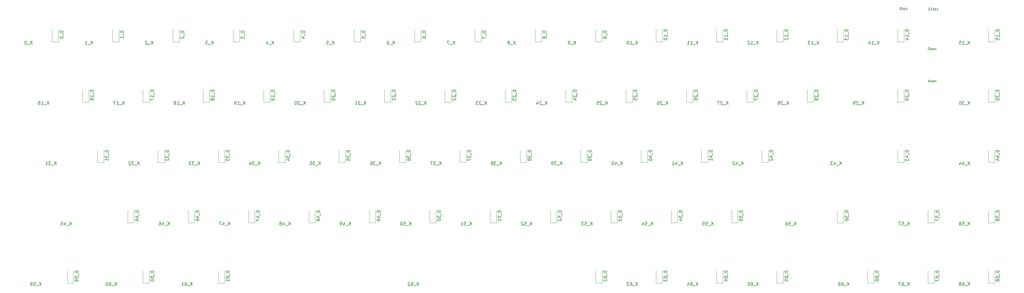
<source format=gbr>
G04 #@! TF.GenerationSoftware,KiCad,Pcbnew,(5.1.8-0-10_14)*
G04 #@! TF.CreationDate,2021-01-01T21:21:00+09:00*
G04 #@! TF.ProjectId,keyboard,6b657962-6f61-4726-942e-6b696361645f,rev?*
G04 #@! TF.SameCoordinates,Original*
G04 #@! TF.FileFunction,Legend,Bot*
G04 #@! TF.FilePolarity,Positive*
%FSLAX46Y46*%
G04 Gerber Fmt 4.6, Leading zero omitted, Abs format (unit mm)*
G04 Created by KiCad (PCBNEW (5.1.8-0-10_14)) date 2021-01-01 21:21:00*
%MOMM*%
%LPD*%
G01*
G04 APERTURE LIST*
%ADD10C,0.150000*%
%ADD11C,0.120000*%
G04 APERTURE END LIST*
D10*
X295859047Y-24999904D02*
X295859047Y-24466571D01*
X295859047Y-24618952D02*
X295820952Y-24542761D01*
X295782857Y-24504666D01*
X295706666Y-24466571D01*
X295630476Y-24466571D01*
X295249523Y-24999904D02*
X295325714Y-24961809D01*
X295363809Y-24923714D01*
X295401904Y-24847523D01*
X295401904Y-24618952D01*
X295363809Y-24542761D01*
X295325714Y-24504666D01*
X295249523Y-24466571D01*
X295135238Y-24466571D01*
X295059047Y-24504666D01*
X295020952Y-24542761D01*
X294982857Y-24618952D01*
X294982857Y-24847523D01*
X295020952Y-24923714D01*
X295059047Y-24961809D01*
X295135238Y-24999904D01*
X295249523Y-24999904D01*
X294716190Y-24466571D02*
X294563809Y-24999904D01*
X294411428Y-24618952D01*
X294259047Y-24999904D01*
X294106666Y-24466571D01*
X293459047Y-24466571D02*
X293459047Y-24999904D01*
X293649523Y-24161809D02*
X293840000Y-24733238D01*
X293344761Y-24733238D01*
X295859047Y-14839904D02*
X295859047Y-14306571D01*
X295859047Y-14458952D02*
X295820952Y-14382761D01*
X295782857Y-14344666D01*
X295706666Y-14306571D01*
X295630476Y-14306571D01*
X295249523Y-14839904D02*
X295325714Y-14801809D01*
X295363809Y-14763714D01*
X295401904Y-14687523D01*
X295401904Y-14458952D01*
X295363809Y-14382761D01*
X295325714Y-14344666D01*
X295249523Y-14306571D01*
X295135238Y-14306571D01*
X295059047Y-14344666D01*
X295020952Y-14382761D01*
X294982857Y-14458952D01*
X294982857Y-14687523D01*
X295020952Y-14763714D01*
X295059047Y-14801809D01*
X295135238Y-14839904D01*
X295249523Y-14839904D01*
X294716190Y-14306571D02*
X294563809Y-14839904D01*
X294411428Y-14458952D01*
X294259047Y-14839904D01*
X294106666Y-14306571D01*
X293649523Y-14039904D02*
X293573333Y-14039904D01*
X293497142Y-14078000D01*
X293459047Y-14116095D01*
X293420952Y-14192285D01*
X293382857Y-14344666D01*
X293382857Y-14535142D01*
X293420952Y-14687523D01*
X293459047Y-14763714D01*
X293497142Y-14801809D01*
X293573333Y-14839904D01*
X293649523Y-14839904D01*
X293725714Y-14801809D01*
X293763809Y-14763714D01*
X293801904Y-14687523D01*
X293840000Y-14535142D01*
X293840000Y-14344666D01*
X293801904Y-14192285D01*
X293763809Y-14116095D01*
X293725714Y-14078000D01*
X293649523Y-14039904D01*
X296036857Y-2228809D02*
X296113047Y-2266904D01*
X296265428Y-2266904D01*
X296341619Y-2228809D01*
X296379714Y-2190714D01*
X296417809Y-2114523D01*
X296417809Y-1885952D01*
X296379714Y-1809761D01*
X296341619Y-1771666D01*
X296265428Y-1733571D01*
X296113047Y-1733571D01*
X296036857Y-1771666D01*
X295579714Y-2266904D02*
X295655904Y-2228809D01*
X295694000Y-2190714D01*
X295732095Y-2114523D01*
X295732095Y-1885952D01*
X295694000Y-1809761D01*
X295655904Y-1771666D01*
X295579714Y-1733571D01*
X295465428Y-1733571D01*
X295389238Y-1771666D01*
X295351142Y-1809761D01*
X295313047Y-1885952D01*
X295313047Y-2114523D01*
X295351142Y-2190714D01*
X295389238Y-2228809D01*
X295465428Y-2266904D01*
X295579714Y-2266904D01*
X294855904Y-2266904D02*
X294932095Y-2228809D01*
X294970190Y-2152619D01*
X294970190Y-1466904D01*
X294132095Y-2266904D02*
X294589238Y-2266904D01*
X294360666Y-2266904D02*
X294360666Y-1466904D01*
X294436857Y-1581190D01*
X294513047Y-1657380D01*
X294589238Y-1695476D01*
X293370190Y-2266904D02*
X293827333Y-2266904D01*
X293598761Y-2266904D02*
X293598761Y-1466904D01*
X293674952Y-1581190D01*
X293751142Y-1657380D01*
X293827333Y-1695476D01*
X286384904Y-2123809D02*
X286461095Y-2161904D01*
X286613476Y-2161904D01*
X286689666Y-2123809D01*
X286727761Y-2085714D01*
X286765857Y-2009523D01*
X286765857Y-1780952D01*
X286727761Y-1704761D01*
X286689666Y-1666666D01*
X286613476Y-1628571D01*
X286461095Y-1628571D01*
X286384904Y-1666666D01*
X285927761Y-2161904D02*
X286003952Y-2123809D01*
X286042047Y-2085714D01*
X286080142Y-2009523D01*
X286080142Y-1780952D01*
X286042047Y-1704761D01*
X286003952Y-1666666D01*
X285927761Y-1628571D01*
X285813476Y-1628571D01*
X285737285Y-1666666D01*
X285699190Y-1704761D01*
X285661095Y-1780952D01*
X285661095Y-2009523D01*
X285699190Y-2085714D01*
X285737285Y-2123809D01*
X285813476Y-2161904D01*
X285927761Y-2161904D01*
X285203952Y-2161904D02*
X285280142Y-2123809D01*
X285318238Y-2047619D01*
X285318238Y-1361904D01*
X284746809Y-1361904D02*
X284670619Y-1361904D01*
X284594428Y-1400000D01*
X284556333Y-1438095D01*
X284518238Y-1514285D01*
X284480142Y-1666666D01*
X284480142Y-1857142D01*
X284518238Y-2009523D01*
X284556333Y-2085714D01*
X284594428Y-2123809D01*
X284670619Y-2161904D01*
X284746809Y-2161904D01*
X284823000Y-2123809D01*
X284861095Y-2085714D01*
X284899190Y-2009523D01*
X284937285Y-1857142D01*
X284937285Y-1666666D01*
X284899190Y-1514285D01*
X284861095Y-1438095D01*
X284823000Y-1400000D01*
X284746809Y-1361904D01*
D11*
X19050000Y-12275000D02*
X17050000Y-12275000D01*
X17050000Y-12275000D02*
X17050000Y-8375000D01*
X19050000Y-12275000D02*
X19050000Y-8375000D01*
X38100000Y-12275000D02*
X36100000Y-12275000D01*
X36100000Y-12275000D02*
X36100000Y-8375000D01*
X38100000Y-12275000D02*
X38100000Y-8375000D01*
X57150000Y-12275000D02*
X55150000Y-12275000D01*
X55150000Y-12275000D02*
X55150000Y-8375000D01*
X57150000Y-12275000D02*
X57150000Y-8375000D01*
X76200000Y-12275000D02*
X74200000Y-12275000D01*
X74200000Y-12275000D02*
X74200000Y-8375000D01*
X76200000Y-12275000D02*
X76200000Y-8375000D01*
X95250000Y-12275000D02*
X93250000Y-12275000D01*
X93250000Y-12275000D02*
X93250000Y-8375000D01*
X95250000Y-12275000D02*
X95250000Y-8375000D01*
X114300000Y-12275000D02*
X112300000Y-12275000D01*
X112300000Y-12275000D02*
X112300000Y-8375000D01*
X114300000Y-12275000D02*
X114300000Y-8375000D01*
X133350000Y-12275000D02*
X131350000Y-12275000D01*
X131350000Y-12275000D02*
X131350000Y-8375000D01*
X133350000Y-12275000D02*
X133350000Y-8375000D01*
X152400000Y-12275000D02*
X150400000Y-12275000D01*
X150400000Y-12275000D02*
X150400000Y-8375000D01*
X152400000Y-12275000D02*
X152400000Y-8375000D01*
X171450000Y-12275000D02*
X169450000Y-12275000D01*
X169450000Y-12275000D02*
X169450000Y-8375000D01*
X171450000Y-12275000D02*
X171450000Y-8375000D01*
X190500000Y-12275000D02*
X188500000Y-12275000D01*
X188500000Y-12275000D02*
X188500000Y-8375000D01*
X190500000Y-12275000D02*
X190500000Y-8375000D01*
X209550000Y-12275000D02*
X207550000Y-12275000D01*
X207550000Y-12275000D02*
X207550000Y-8375000D01*
X209550000Y-12275000D02*
X209550000Y-8375000D01*
X228600000Y-12275000D02*
X226600000Y-12275000D01*
X226600000Y-12275000D02*
X226600000Y-8375000D01*
X228600000Y-12275000D02*
X228600000Y-8375000D01*
X247650000Y-12275000D02*
X245650000Y-12275000D01*
X245650000Y-12275000D02*
X245650000Y-8375000D01*
X247650000Y-12275000D02*
X247650000Y-8375000D01*
X266700000Y-12275000D02*
X264700000Y-12275000D01*
X264700000Y-12275000D02*
X264700000Y-8375000D01*
X266700000Y-12275000D02*
X266700000Y-8375000D01*
X285750000Y-12275000D02*
X283750000Y-12275000D01*
X283750000Y-12275000D02*
X283750000Y-8375000D01*
X285750000Y-12275000D02*
X285750000Y-8375000D01*
X314325000Y-12275000D02*
X312325000Y-12275000D01*
X312325000Y-12275000D02*
X312325000Y-8375000D01*
X314325000Y-12275000D02*
X314325000Y-8375000D01*
X28575000Y-31325000D02*
X26575000Y-31325000D01*
X26575000Y-31325000D02*
X26575000Y-27425000D01*
X28575000Y-31325000D02*
X28575000Y-27425000D01*
X47625000Y-31325000D02*
X45625000Y-31325000D01*
X45625000Y-31325000D02*
X45625000Y-27425000D01*
X47625000Y-31325000D02*
X47625000Y-27425000D01*
X66675000Y-31325000D02*
X64675000Y-31325000D01*
X64675000Y-31325000D02*
X64675000Y-27425000D01*
X66675000Y-31325000D02*
X66675000Y-27425000D01*
X85725000Y-31325000D02*
X83725000Y-31325000D01*
X83725000Y-31325000D02*
X83725000Y-27425000D01*
X85725000Y-31325000D02*
X85725000Y-27425000D01*
X104775000Y-31325000D02*
X102775000Y-31325000D01*
X102775000Y-31325000D02*
X102775000Y-27425000D01*
X104775000Y-31325000D02*
X104775000Y-27425000D01*
X123825000Y-31325000D02*
X121825000Y-31325000D01*
X121825000Y-31325000D02*
X121825000Y-27425000D01*
X123825000Y-31325000D02*
X123825000Y-27425000D01*
X142875000Y-31325000D02*
X140875000Y-31325000D01*
X140875000Y-31325000D02*
X140875000Y-27425000D01*
X142875000Y-31325000D02*
X142875000Y-27425000D01*
X161925000Y-31325000D02*
X159925000Y-31325000D01*
X159925000Y-31325000D02*
X159925000Y-27425000D01*
X161925000Y-31325000D02*
X161925000Y-27425000D01*
X180975000Y-31325000D02*
X178975000Y-31325000D01*
X178975000Y-31325000D02*
X178975000Y-27425000D01*
X180975000Y-31325000D02*
X180975000Y-27425000D01*
X200025000Y-31325000D02*
X198025000Y-31325000D01*
X198025000Y-31325000D02*
X198025000Y-27425000D01*
X200025000Y-31325000D02*
X200025000Y-27425000D01*
X219075000Y-31325000D02*
X217075000Y-31325000D01*
X217075000Y-31325000D02*
X217075000Y-27425000D01*
X219075000Y-31325000D02*
X219075000Y-27425000D01*
X238125000Y-31325000D02*
X236125000Y-31325000D01*
X236125000Y-31325000D02*
X236125000Y-27425000D01*
X238125000Y-31325000D02*
X238125000Y-27425000D01*
X257175000Y-31325000D02*
X255175000Y-31325000D01*
X255175000Y-31325000D02*
X255175000Y-27425000D01*
X257175000Y-31325000D02*
X257175000Y-27425000D01*
X285750000Y-31325000D02*
X283750000Y-31325000D01*
X283750000Y-31325000D02*
X283750000Y-27425000D01*
X285750000Y-31325000D02*
X285750000Y-27425000D01*
X314325000Y-31325000D02*
X312325000Y-31325000D01*
X312325000Y-31325000D02*
X312325000Y-27425000D01*
X314325000Y-31325000D02*
X314325000Y-27425000D01*
X33337500Y-50375000D02*
X31337500Y-50375000D01*
X31337500Y-50375000D02*
X31337500Y-46475000D01*
X33337500Y-50375000D02*
X33337500Y-46475000D01*
X52387500Y-50375000D02*
X50387500Y-50375000D01*
X50387500Y-50375000D02*
X50387500Y-46475000D01*
X52387500Y-50375000D02*
X52387500Y-46475000D01*
X71437500Y-50375000D02*
X69437500Y-50375000D01*
X69437500Y-50375000D02*
X69437500Y-46475000D01*
X71437500Y-50375000D02*
X71437500Y-46475000D01*
X90487500Y-50375000D02*
X88487500Y-50375000D01*
X88487500Y-50375000D02*
X88487500Y-46475000D01*
X90487500Y-50375000D02*
X90487500Y-46475000D01*
X109538000Y-50375000D02*
X107538000Y-50375000D01*
X107538000Y-50375000D02*
X107538000Y-46475000D01*
X109538000Y-50375000D02*
X109538000Y-46475000D01*
X128588000Y-50375000D02*
X126588000Y-50375000D01*
X126588000Y-50375000D02*
X126588000Y-46475000D01*
X128588000Y-50375000D02*
X128588000Y-46475000D01*
X147638000Y-50375000D02*
X145638000Y-50375000D01*
X145638000Y-50375000D02*
X145638000Y-46475000D01*
X147638000Y-50375000D02*
X147638000Y-46475000D01*
X166688000Y-50375000D02*
X164688000Y-50375000D01*
X164688000Y-50375000D02*
X164688000Y-46475000D01*
X166688000Y-50375000D02*
X166688000Y-46475000D01*
X185738000Y-50375000D02*
X183738000Y-50375000D01*
X183738000Y-50375000D02*
X183738000Y-46475000D01*
X185738000Y-50375000D02*
X185738000Y-46475000D01*
X204788000Y-50375000D02*
X202788000Y-50375000D01*
X202788000Y-50375000D02*
X202788000Y-46475000D01*
X204788000Y-50375000D02*
X204788000Y-46475000D01*
X223838000Y-50375000D02*
X221838000Y-50375000D01*
X221838000Y-50375000D02*
X221838000Y-46475000D01*
X223838000Y-50375000D02*
X223838000Y-46475000D01*
X242888000Y-50375000D02*
X240888000Y-50375000D01*
X240888000Y-50375000D02*
X240888000Y-46475000D01*
X242888000Y-50375000D02*
X242888000Y-46475000D01*
X285750000Y-50375000D02*
X283750000Y-50375000D01*
X283750000Y-50375000D02*
X283750000Y-46475000D01*
X285750000Y-50375000D02*
X285750000Y-46475000D01*
X314325000Y-50375000D02*
X312325000Y-50375000D01*
X312325000Y-50375000D02*
X312325000Y-46475000D01*
X314325000Y-50375000D02*
X314325000Y-46475000D01*
X42862500Y-69425000D02*
X40862500Y-69425000D01*
X40862500Y-69425000D02*
X40862500Y-65525000D01*
X42862500Y-69425000D02*
X42862500Y-65525000D01*
X61912500Y-69425000D02*
X59912500Y-69425000D01*
X59912500Y-69425000D02*
X59912500Y-65525000D01*
X61912500Y-69425000D02*
X61912500Y-65525000D01*
X80962500Y-69425000D02*
X78962500Y-69425000D01*
X78962500Y-69425000D02*
X78962500Y-65525000D01*
X80962500Y-69425000D02*
X80962500Y-65525000D01*
X100012500Y-69425000D02*
X98012500Y-69425000D01*
X98012500Y-69425000D02*
X98012500Y-65525000D01*
X100012500Y-69425000D02*
X100012500Y-65525000D01*
X119062000Y-69425000D02*
X117062000Y-69425000D01*
X117062000Y-69425000D02*
X117062000Y-65525000D01*
X119062000Y-69425000D02*
X119062000Y-65525000D01*
X138112000Y-69425000D02*
X136112000Y-69425000D01*
X136112000Y-69425000D02*
X136112000Y-65525000D01*
X138112000Y-69425000D02*
X138112000Y-65525000D01*
X157162000Y-69425000D02*
X155162000Y-69425000D01*
X155162000Y-69425000D02*
X155162000Y-65525000D01*
X157162000Y-69425000D02*
X157162000Y-65525000D01*
X176212000Y-69425000D02*
X174212000Y-69425000D01*
X174212000Y-69425000D02*
X174212000Y-65525000D01*
X176212000Y-69425000D02*
X176212000Y-65525000D01*
X195262000Y-69425000D02*
X193262000Y-69425000D01*
X193262000Y-69425000D02*
X193262000Y-65525000D01*
X195262000Y-69425000D02*
X195262000Y-65525000D01*
X214312000Y-69425000D02*
X212312000Y-69425000D01*
X212312000Y-69425000D02*
X212312000Y-65525000D01*
X214312000Y-69425000D02*
X214312000Y-65525000D01*
X233362000Y-69425000D02*
X231362000Y-69425000D01*
X231362000Y-69425000D02*
X231362000Y-65525000D01*
X233362000Y-69425000D02*
X233362000Y-65525000D01*
X266700000Y-69425000D02*
X264700000Y-69425000D01*
X264700000Y-69425000D02*
X264700000Y-65525000D01*
X266700000Y-69425000D02*
X266700000Y-65525000D01*
X295275000Y-69425000D02*
X293275000Y-69425000D01*
X293275000Y-69425000D02*
X293275000Y-65525000D01*
X295275000Y-69425000D02*
X295275000Y-65525000D01*
X314325000Y-69425000D02*
X312325000Y-69425000D01*
X312325000Y-69425000D02*
X312325000Y-65525000D01*
X314325000Y-69425000D02*
X314325000Y-65525000D01*
X23812500Y-88475000D02*
X21812500Y-88475000D01*
X21812500Y-88475000D02*
X21812500Y-84575000D01*
X23812500Y-88475000D02*
X23812500Y-84575000D01*
X47625000Y-88475000D02*
X45625000Y-88475000D01*
X45625000Y-88475000D02*
X45625000Y-84575000D01*
X47625000Y-88475000D02*
X47625000Y-84575000D01*
X71437500Y-88475000D02*
X69437500Y-88475000D01*
X69437500Y-88475000D02*
X69437500Y-84575000D01*
X71437500Y-88475000D02*
X71437500Y-84575000D01*
X190500000Y-88475000D02*
X188500000Y-88475000D01*
X188500000Y-88475000D02*
X188500000Y-84575000D01*
X190500000Y-88475000D02*
X190500000Y-84575000D01*
X209550000Y-88475000D02*
X207550000Y-88475000D01*
X207550000Y-88475000D02*
X207550000Y-84575000D01*
X209550000Y-88475000D02*
X209550000Y-84575000D01*
X228600000Y-88475000D02*
X226600000Y-88475000D01*
X226600000Y-88475000D02*
X226600000Y-84575000D01*
X228600000Y-88475000D02*
X228600000Y-84575000D01*
X247650000Y-88475000D02*
X245650000Y-88475000D01*
X245650000Y-88475000D02*
X245650000Y-84575000D01*
X247650000Y-88475000D02*
X247650000Y-84575000D01*
X276225000Y-88475000D02*
X274225000Y-88475000D01*
X274225000Y-88475000D02*
X274225000Y-84575000D01*
X276225000Y-88475000D02*
X276225000Y-84575000D01*
X295275000Y-88475000D02*
X293275000Y-88475000D01*
X293275000Y-88475000D02*
X293275000Y-84575000D01*
X295275000Y-88475000D02*
X295275000Y-84575000D01*
X314325000Y-88475000D02*
X312325000Y-88475000D01*
X312325000Y-88475000D02*
X312325000Y-84575000D01*
X314325000Y-88475000D02*
X314325000Y-84575000D01*
D10*
X306395238Y-89225380D02*
X306395238Y-88225380D01*
X305823809Y-89225380D02*
X306252380Y-88653952D01*
X305823809Y-88225380D02*
X306395238Y-88796809D01*
X305633333Y-89320619D02*
X304871428Y-89320619D01*
X304204761Y-88225380D02*
X304395238Y-88225380D01*
X304490476Y-88273000D01*
X304538095Y-88320619D01*
X304633333Y-88463476D01*
X304680952Y-88653952D01*
X304680952Y-89034904D01*
X304633333Y-89130142D01*
X304585714Y-89177761D01*
X304490476Y-89225380D01*
X304300000Y-89225380D01*
X304204761Y-89177761D01*
X304157142Y-89130142D01*
X304109523Y-89034904D01*
X304109523Y-88796809D01*
X304157142Y-88701571D01*
X304204761Y-88653952D01*
X304300000Y-88606333D01*
X304490476Y-88606333D01*
X304585714Y-88653952D01*
X304633333Y-88701571D01*
X304680952Y-88796809D01*
X303538095Y-88653952D02*
X303633333Y-88606333D01*
X303680952Y-88558714D01*
X303728571Y-88463476D01*
X303728571Y-88415857D01*
X303680952Y-88320619D01*
X303633333Y-88273000D01*
X303538095Y-88225380D01*
X303347619Y-88225380D01*
X303252380Y-88273000D01*
X303204761Y-88320619D01*
X303157142Y-88415857D01*
X303157142Y-88463476D01*
X303204761Y-88558714D01*
X303252380Y-88606333D01*
X303347619Y-88653952D01*
X303538095Y-88653952D01*
X303633333Y-88701571D01*
X303680952Y-88749190D01*
X303728571Y-88844428D01*
X303728571Y-89034904D01*
X303680952Y-89130142D01*
X303633333Y-89177761D01*
X303538095Y-89225380D01*
X303347619Y-89225380D01*
X303252380Y-89177761D01*
X303204761Y-89130142D01*
X303157142Y-89034904D01*
X303157142Y-88844428D01*
X303204761Y-88749190D01*
X303252380Y-88701571D01*
X303347619Y-88653952D01*
X287345238Y-89225380D02*
X287345238Y-88225380D01*
X286773809Y-89225380D02*
X287202380Y-88653952D01*
X286773809Y-88225380D02*
X287345238Y-88796809D01*
X286583333Y-89320619D02*
X285821428Y-89320619D01*
X285154761Y-88225380D02*
X285345238Y-88225380D01*
X285440476Y-88273000D01*
X285488095Y-88320619D01*
X285583333Y-88463476D01*
X285630952Y-88653952D01*
X285630952Y-89034904D01*
X285583333Y-89130142D01*
X285535714Y-89177761D01*
X285440476Y-89225380D01*
X285250000Y-89225380D01*
X285154761Y-89177761D01*
X285107142Y-89130142D01*
X285059523Y-89034904D01*
X285059523Y-88796809D01*
X285107142Y-88701571D01*
X285154761Y-88653952D01*
X285250000Y-88606333D01*
X285440476Y-88606333D01*
X285535714Y-88653952D01*
X285583333Y-88701571D01*
X285630952Y-88796809D01*
X284726190Y-88225380D02*
X284059523Y-88225380D01*
X284488095Y-89225380D01*
X268295238Y-89225380D02*
X268295238Y-88225380D01*
X267723809Y-89225380D02*
X268152380Y-88653952D01*
X267723809Y-88225380D02*
X268295238Y-88796809D01*
X267533333Y-89320619D02*
X266771428Y-89320619D01*
X266104761Y-88225380D02*
X266295238Y-88225380D01*
X266390476Y-88273000D01*
X266438095Y-88320619D01*
X266533333Y-88463476D01*
X266580952Y-88653952D01*
X266580952Y-89034904D01*
X266533333Y-89130142D01*
X266485714Y-89177761D01*
X266390476Y-89225380D01*
X266200000Y-89225380D01*
X266104761Y-89177761D01*
X266057142Y-89130142D01*
X266009523Y-89034904D01*
X266009523Y-88796809D01*
X266057142Y-88701571D01*
X266104761Y-88653952D01*
X266200000Y-88606333D01*
X266390476Y-88606333D01*
X266485714Y-88653952D01*
X266533333Y-88701571D01*
X266580952Y-88796809D01*
X265152380Y-88225380D02*
X265342857Y-88225380D01*
X265438095Y-88273000D01*
X265485714Y-88320619D01*
X265580952Y-88463476D01*
X265628571Y-88653952D01*
X265628571Y-89034904D01*
X265580952Y-89130142D01*
X265533333Y-89177761D01*
X265438095Y-89225380D01*
X265247619Y-89225380D01*
X265152380Y-89177761D01*
X265104761Y-89130142D01*
X265057142Y-89034904D01*
X265057142Y-88796809D01*
X265104761Y-88701571D01*
X265152380Y-88653952D01*
X265247619Y-88606333D01*
X265438095Y-88606333D01*
X265533333Y-88653952D01*
X265580952Y-88701571D01*
X265628571Y-88796809D01*
X239720238Y-89225380D02*
X239720238Y-88225380D01*
X239148809Y-89225380D02*
X239577380Y-88653952D01*
X239148809Y-88225380D02*
X239720238Y-88796809D01*
X238958333Y-89320619D02*
X238196428Y-89320619D01*
X237529761Y-88225380D02*
X237720238Y-88225380D01*
X237815476Y-88273000D01*
X237863095Y-88320619D01*
X237958333Y-88463476D01*
X238005952Y-88653952D01*
X238005952Y-89034904D01*
X237958333Y-89130142D01*
X237910714Y-89177761D01*
X237815476Y-89225380D01*
X237625000Y-89225380D01*
X237529761Y-89177761D01*
X237482142Y-89130142D01*
X237434523Y-89034904D01*
X237434523Y-88796809D01*
X237482142Y-88701571D01*
X237529761Y-88653952D01*
X237625000Y-88606333D01*
X237815476Y-88606333D01*
X237910714Y-88653952D01*
X237958333Y-88701571D01*
X238005952Y-88796809D01*
X236529761Y-88225380D02*
X237005952Y-88225380D01*
X237053571Y-88701571D01*
X237005952Y-88653952D01*
X236910714Y-88606333D01*
X236672619Y-88606333D01*
X236577380Y-88653952D01*
X236529761Y-88701571D01*
X236482142Y-88796809D01*
X236482142Y-89034904D01*
X236529761Y-89130142D01*
X236577380Y-89177761D01*
X236672619Y-89225380D01*
X236910714Y-89225380D01*
X237005952Y-89177761D01*
X237053571Y-89130142D01*
X220670238Y-89225380D02*
X220670238Y-88225380D01*
X220098809Y-89225380D02*
X220527380Y-88653952D01*
X220098809Y-88225380D02*
X220670238Y-88796809D01*
X219908333Y-89320619D02*
X219146428Y-89320619D01*
X218479761Y-88225380D02*
X218670238Y-88225380D01*
X218765476Y-88273000D01*
X218813095Y-88320619D01*
X218908333Y-88463476D01*
X218955952Y-88653952D01*
X218955952Y-89034904D01*
X218908333Y-89130142D01*
X218860714Y-89177761D01*
X218765476Y-89225380D01*
X218575000Y-89225380D01*
X218479761Y-89177761D01*
X218432142Y-89130142D01*
X218384523Y-89034904D01*
X218384523Y-88796809D01*
X218432142Y-88701571D01*
X218479761Y-88653952D01*
X218575000Y-88606333D01*
X218765476Y-88606333D01*
X218860714Y-88653952D01*
X218908333Y-88701571D01*
X218955952Y-88796809D01*
X217527380Y-88558714D02*
X217527380Y-89225380D01*
X217765476Y-88177761D02*
X218003571Y-88892047D01*
X217384523Y-88892047D01*
X201620238Y-89225380D02*
X201620238Y-88225380D01*
X201048809Y-89225380D02*
X201477380Y-88653952D01*
X201048809Y-88225380D02*
X201620238Y-88796809D01*
X200858333Y-89320619D02*
X200096428Y-89320619D01*
X199429761Y-88225380D02*
X199620238Y-88225380D01*
X199715476Y-88273000D01*
X199763095Y-88320619D01*
X199858333Y-88463476D01*
X199905952Y-88653952D01*
X199905952Y-89034904D01*
X199858333Y-89130142D01*
X199810714Y-89177761D01*
X199715476Y-89225380D01*
X199525000Y-89225380D01*
X199429761Y-89177761D01*
X199382142Y-89130142D01*
X199334523Y-89034904D01*
X199334523Y-88796809D01*
X199382142Y-88701571D01*
X199429761Y-88653952D01*
X199525000Y-88606333D01*
X199715476Y-88606333D01*
X199810714Y-88653952D01*
X199858333Y-88701571D01*
X199905952Y-88796809D01*
X199001190Y-88225380D02*
X198382142Y-88225380D01*
X198715476Y-88606333D01*
X198572619Y-88606333D01*
X198477380Y-88653952D01*
X198429761Y-88701571D01*
X198382142Y-88796809D01*
X198382142Y-89034904D01*
X198429761Y-89130142D01*
X198477380Y-89177761D01*
X198572619Y-89225380D01*
X198858333Y-89225380D01*
X198953571Y-89177761D01*
X199001190Y-89130142D01*
X132564238Y-89225380D02*
X132564238Y-88225380D01*
X131992809Y-89225380D02*
X132421380Y-88653952D01*
X131992809Y-88225380D02*
X132564238Y-88796809D01*
X131802333Y-89320619D02*
X131040428Y-89320619D01*
X130373761Y-88225380D02*
X130564238Y-88225380D01*
X130659476Y-88273000D01*
X130707095Y-88320619D01*
X130802333Y-88463476D01*
X130849952Y-88653952D01*
X130849952Y-89034904D01*
X130802333Y-89130142D01*
X130754714Y-89177761D01*
X130659476Y-89225380D01*
X130469000Y-89225380D01*
X130373761Y-89177761D01*
X130326142Y-89130142D01*
X130278523Y-89034904D01*
X130278523Y-88796809D01*
X130326142Y-88701571D01*
X130373761Y-88653952D01*
X130469000Y-88606333D01*
X130659476Y-88606333D01*
X130754714Y-88653952D01*
X130802333Y-88701571D01*
X130849952Y-88796809D01*
X129897571Y-88320619D02*
X129849952Y-88273000D01*
X129754714Y-88225380D01*
X129516619Y-88225380D01*
X129421380Y-88273000D01*
X129373761Y-88320619D01*
X129326142Y-88415857D01*
X129326142Y-88511095D01*
X129373761Y-88653952D01*
X129945190Y-89225380D01*
X129326142Y-89225380D01*
X61126438Y-89225380D02*
X61126438Y-88225380D01*
X60555009Y-89225380D02*
X60983580Y-88653952D01*
X60555009Y-88225380D02*
X61126438Y-88796809D01*
X60364533Y-89320619D02*
X59602628Y-89320619D01*
X58935961Y-88225380D02*
X59126438Y-88225380D01*
X59221676Y-88273000D01*
X59269295Y-88320619D01*
X59364533Y-88463476D01*
X59412152Y-88653952D01*
X59412152Y-89034904D01*
X59364533Y-89130142D01*
X59316914Y-89177761D01*
X59221676Y-89225380D01*
X59031200Y-89225380D01*
X58935961Y-89177761D01*
X58888342Y-89130142D01*
X58840723Y-89034904D01*
X58840723Y-88796809D01*
X58888342Y-88701571D01*
X58935961Y-88653952D01*
X59031200Y-88606333D01*
X59221676Y-88606333D01*
X59316914Y-88653952D01*
X59364533Y-88701571D01*
X59412152Y-88796809D01*
X57888342Y-89225380D02*
X58459771Y-89225380D01*
X58174057Y-89225380D02*
X58174057Y-88225380D01*
X58269295Y-88368238D01*
X58364533Y-88463476D01*
X58459771Y-88511095D01*
X37314038Y-89225380D02*
X37314038Y-88225380D01*
X36742609Y-89225380D02*
X37171180Y-88653952D01*
X36742609Y-88225380D02*
X37314038Y-88796809D01*
X36552133Y-89320619D02*
X35790228Y-89320619D01*
X35123561Y-88225380D02*
X35314038Y-88225380D01*
X35409276Y-88273000D01*
X35456895Y-88320619D01*
X35552133Y-88463476D01*
X35599752Y-88653952D01*
X35599752Y-89034904D01*
X35552133Y-89130142D01*
X35504514Y-89177761D01*
X35409276Y-89225380D01*
X35218800Y-89225380D01*
X35123561Y-89177761D01*
X35075942Y-89130142D01*
X35028323Y-89034904D01*
X35028323Y-88796809D01*
X35075942Y-88701571D01*
X35123561Y-88653952D01*
X35218800Y-88606333D01*
X35409276Y-88606333D01*
X35504514Y-88653952D01*
X35552133Y-88701571D01*
X35599752Y-88796809D01*
X34409276Y-88225380D02*
X34314038Y-88225380D01*
X34218800Y-88273000D01*
X34171180Y-88320619D01*
X34123561Y-88415857D01*
X34075942Y-88606333D01*
X34075942Y-88844428D01*
X34123561Y-89034904D01*
X34171180Y-89130142D01*
X34218800Y-89177761D01*
X34314038Y-89225380D01*
X34409276Y-89225380D01*
X34504514Y-89177761D01*
X34552133Y-89130142D01*
X34599752Y-89034904D01*
X34647371Y-88844428D01*
X34647371Y-88606333D01*
X34599752Y-88415857D01*
X34552133Y-88320619D01*
X34504514Y-88273000D01*
X34409276Y-88225380D01*
X13501438Y-89225380D02*
X13501438Y-88225380D01*
X12930009Y-89225380D02*
X13358580Y-88653952D01*
X12930009Y-88225380D02*
X13501438Y-88796809D01*
X12739533Y-89320619D02*
X11977628Y-89320619D01*
X11263342Y-88225380D02*
X11739533Y-88225380D01*
X11787152Y-88701571D01*
X11739533Y-88653952D01*
X11644295Y-88606333D01*
X11406200Y-88606333D01*
X11310961Y-88653952D01*
X11263342Y-88701571D01*
X11215723Y-88796809D01*
X11215723Y-89034904D01*
X11263342Y-89130142D01*
X11310961Y-89177761D01*
X11406200Y-89225380D01*
X11644295Y-89225380D01*
X11739533Y-89177761D01*
X11787152Y-89130142D01*
X10739533Y-89225380D02*
X10549057Y-89225380D01*
X10453819Y-89177761D01*
X10406200Y-89130142D01*
X10310961Y-88987285D01*
X10263342Y-88796809D01*
X10263342Y-88415857D01*
X10310961Y-88320619D01*
X10358580Y-88273000D01*
X10453819Y-88225380D01*
X10644295Y-88225380D01*
X10739533Y-88273000D01*
X10787152Y-88320619D01*
X10834771Y-88415857D01*
X10834771Y-88653952D01*
X10787152Y-88749190D01*
X10739533Y-88796809D01*
X10644295Y-88844428D01*
X10453819Y-88844428D01*
X10358580Y-88796809D01*
X10310961Y-88749190D01*
X10263342Y-88653952D01*
X306395238Y-70175380D02*
X306395238Y-69175380D01*
X305823809Y-70175380D02*
X306252380Y-69603952D01*
X305823809Y-69175380D02*
X306395238Y-69746809D01*
X305633333Y-70270619D02*
X304871428Y-70270619D01*
X304157142Y-69175380D02*
X304633333Y-69175380D01*
X304680952Y-69651571D01*
X304633333Y-69603952D01*
X304538095Y-69556333D01*
X304300000Y-69556333D01*
X304204761Y-69603952D01*
X304157142Y-69651571D01*
X304109523Y-69746809D01*
X304109523Y-69984904D01*
X304157142Y-70080142D01*
X304204761Y-70127761D01*
X304300000Y-70175380D01*
X304538095Y-70175380D01*
X304633333Y-70127761D01*
X304680952Y-70080142D01*
X303538095Y-69603952D02*
X303633333Y-69556333D01*
X303680952Y-69508714D01*
X303728571Y-69413476D01*
X303728571Y-69365857D01*
X303680952Y-69270619D01*
X303633333Y-69223000D01*
X303538095Y-69175380D01*
X303347619Y-69175380D01*
X303252380Y-69223000D01*
X303204761Y-69270619D01*
X303157142Y-69365857D01*
X303157142Y-69413476D01*
X303204761Y-69508714D01*
X303252380Y-69556333D01*
X303347619Y-69603952D01*
X303538095Y-69603952D01*
X303633333Y-69651571D01*
X303680952Y-69699190D01*
X303728571Y-69794428D01*
X303728571Y-69984904D01*
X303680952Y-70080142D01*
X303633333Y-70127761D01*
X303538095Y-70175380D01*
X303347619Y-70175380D01*
X303252380Y-70127761D01*
X303204761Y-70080142D01*
X303157142Y-69984904D01*
X303157142Y-69794428D01*
X303204761Y-69699190D01*
X303252380Y-69651571D01*
X303347619Y-69603952D01*
X287345238Y-70175380D02*
X287345238Y-69175380D01*
X286773809Y-70175380D02*
X287202380Y-69603952D01*
X286773809Y-69175380D02*
X287345238Y-69746809D01*
X286583333Y-70270619D02*
X285821428Y-70270619D01*
X285107142Y-69175380D02*
X285583333Y-69175380D01*
X285630952Y-69651571D01*
X285583333Y-69603952D01*
X285488095Y-69556333D01*
X285250000Y-69556333D01*
X285154761Y-69603952D01*
X285107142Y-69651571D01*
X285059523Y-69746809D01*
X285059523Y-69984904D01*
X285107142Y-70080142D01*
X285154761Y-70127761D01*
X285250000Y-70175380D01*
X285488095Y-70175380D01*
X285583333Y-70127761D01*
X285630952Y-70080142D01*
X284726190Y-69175380D02*
X284059523Y-69175380D01*
X284488095Y-70175380D01*
X251626238Y-70175380D02*
X251626238Y-69175380D01*
X251054809Y-70175380D02*
X251483380Y-69603952D01*
X251054809Y-69175380D02*
X251626238Y-69746809D01*
X250864333Y-70270619D02*
X250102428Y-70270619D01*
X249388142Y-69175380D02*
X249864333Y-69175380D01*
X249911952Y-69651571D01*
X249864333Y-69603952D01*
X249769095Y-69556333D01*
X249531000Y-69556333D01*
X249435761Y-69603952D01*
X249388142Y-69651571D01*
X249340523Y-69746809D01*
X249340523Y-69984904D01*
X249388142Y-70080142D01*
X249435761Y-70127761D01*
X249531000Y-70175380D01*
X249769095Y-70175380D01*
X249864333Y-70127761D01*
X249911952Y-70080142D01*
X248483380Y-69175380D02*
X248673857Y-69175380D01*
X248769095Y-69223000D01*
X248816714Y-69270619D01*
X248911952Y-69413476D01*
X248959571Y-69603952D01*
X248959571Y-69984904D01*
X248911952Y-70080142D01*
X248864333Y-70127761D01*
X248769095Y-70175380D01*
X248578619Y-70175380D01*
X248483380Y-70127761D01*
X248435761Y-70080142D01*
X248388142Y-69984904D01*
X248388142Y-69746809D01*
X248435761Y-69651571D01*
X248483380Y-69603952D01*
X248578619Y-69556333D01*
X248769095Y-69556333D01*
X248864333Y-69603952D01*
X248911952Y-69651571D01*
X248959571Y-69746809D01*
X225433238Y-70175380D02*
X225433238Y-69175380D01*
X224861809Y-70175380D02*
X225290380Y-69603952D01*
X224861809Y-69175380D02*
X225433238Y-69746809D01*
X224671333Y-70270619D02*
X223909428Y-70270619D01*
X223195142Y-69175380D02*
X223671333Y-69175380D01*
X223718952Y-69651571D01*
X223671333Y-69603952D01*
X223576095Y-69556333D01*
X223338000Y-69556333D01*
X223242761Y-69603952D01*
X223195142Y-69651571D01*
X223147523Y-69746809D01*
X223147523Y-69984904D01*
X223195142Y-70080142D01*
X223242761Y-70127761D01*
X223338000Y-70175380D01*
X223576095Y-70175380D01*
X223671333Y-70127761D01*
X223718952Y-70080142D01*
X222242761Y-69175380D02*
X222718952Y-69175380D01*
X222766571Y-69651571D01*
X222718952Y-69603952D01*
X222623714Y-69556333D01*
X222385619Y-69556333D01*
X222290380Y-69603952D01*
X222242761Y-69651571D01*
X222195142Y-69746809D01*
X222195142Y-69984904D01*
X222242761Y-70080142D01*
X222290380Y-70127761D01*
X222385619Y-70175380D01*
X222623714Y-70175380D01*
X222718952Y-70127761D01*
X222766571Y-70080142D01*
X206383238Y-70175380D02*
X206383238Y-69175380D01*
X205811809Y-70175380D02*
X206240380Y-69603952D01*
X205811809Y-69175380D02*
X206383238Y-69746809D01*
X205621333Y-70270619D02*
X204859428Y-70270619D01*
X204145142Y-69175380D02*
X204621333Y-69175380D01*
X204668952Y-69651571D01*
X204621333Y-69603952D01*
X204526095Y-69556333D01*
X204288000Y-69556333D01*
X204192761Y-69603952D01*
X204145142Y-69651571D01*
X204097523Y-69746809D01*
X204097523Y-69984904D01*
X204145142Y-70080142D01*
X204192761Y-70127761D01*
X204288000Y-70175380D01*
X204526095Y-70175380D01*
X204621333Y-70127761D01*
X204668952Y-70080142D01*
X203240380Y-69508714D02*
X203240380Y-70175380D01*
X203478476Y-69127761D02*
X203716571Y-69842047D01*
X203097523Y-69842047D01*
X187333238Y-70175380D02*
X187333238Y-69175380D01*
X186761809Y-70175380D02*
X187190380Y-69603952D01*
X186761809Y-69175380D02*
X187333238Y-69746809D01*
X186571333Y-70270619D02*
X185809428Y-70270619D01*
X185095142Y-69175380D02*
X185571333Y-69175380D01*
X185618952Y-69651571D01*
X185571333Y-69603952D01*
X185476095Y-69556333D01*
X185238000Y-69556333D01*
X185142761Y-69603952D01*
X185095142Y-69651571D01*
X185047523Y-69746809D01*
X185047523Y-69984904D01*
X185095142Y-70080142D01*
X185142761Y-70127761D01*
X185238000Y-70175380D01*
X185476095Y-70175380D01*
X185571333Y-70127761D01*
X185618952Y-70080142D01*
X184714190Y-69175380D02*
X184095142Y-69175380D01*
X184428476Y-69556333D01*
X184285619Y-69556333D01*
X184190380Y-69603952D01*
X184142761Y-69651571D01*
X184095142Y-69746809D01*
X184095142Y-69984904D01*
X184142761Y-70080142D01*
X184190380Y-70127761D01*
X184285619Y-70175380D01*
X184571333Y-70175380D01*
X184666571Y-70127761D01*
X184714190Y-70080142D01*
X168283238Y-70175380D02*
X168283238Y-69175380D01*
X167711809Y-70175380D02*
X168140380Y-69603952D01*
X167711809Y-69175380D02*
X168283238Y-69746809D01*
X167521333Y-70270619D02*
X166759428Y-70270619D01*
X166045142Y-69175380D02*
X166521333Y-69175380D01*
X166568952Y-69651571D01*
X166521333Y-69603952D01*
X166426095Y-69556333D01*
X166188000Y-69556333D01*
X166092761Y-69603952D01*
X166045142Y-69651571D01*
X165997523Y-69746809D01*
X165997523Y-69984904D01*
X166045142Y-70080142D01*
X166092761Y-70127761D01*
X166188000Y-70175380D01*
X166426095Y-70175380D01*
X166521333Y-70127761D01*
X166568952Y-70080142D01*
X165616571Y-69270619D02*
X165568952Y-69223000D01*
X165473714Y-69175380D01*
X165235619Y-69175380D01*
X165140380Y-69223000D01*
X165092761Y-69270619D01*
X165045142Y-69365857D01*
X165045142Y-69461095D01*
X165092761Y-69603952D01*
X165664190Y-70175380D01*
X165045142Y-70175380D01*
X149233238Y-70175380D02*
X149233238Y-69175380D01*
X148661809Y-70175380D02*
X149090380Y-69603952D01*
X148661809Y-69175380D02*
X149233238Y-69746809D01*
X148471333Y-70270619D02*
X147709428Y-70270619D01*
X146995142Y-69175380D02*
X147471333Y-69175380D01*
X147518952Y-69651571D01*
X147471333Y-69603952D01*
X147376095Y-69556333D01*
X147138000Y-69556333D01*
X147042761Y-69603952D01*
X146995142Y-69651571D01*
X146947523Y-69746809D01*
X146947523Y-69984904D01*
X146995142Y-70080142D01*
X147042761Y-70127761D01*
X147138000Y-70175380D01*
X147376095Y-70175380D01*
X147471333Y-70127761D01*
X147518952Y-70080142D01*
X145995142Y-70175380D02*
X146566571Y-70175380D01*
X146280857Y-70175380D02*
X146280857Y-69175380D01*
X146376095Y-69318238D01*
X146471333Y-69413476D01*
X146566571Y-69461095D01*
X130183238Y-70175380D02*
X130183238Y-69175380D01*
X129611809Y-70175380D02*
X130040380Y-69603952D01*
X129611809Y-69175380D02*
X130183238Y-69746809D01*
X129421333Y-70270619D02*
X128659428Y-70270619D01*
X127945142Y-69175380D02*
X128421333Y-69175380D01*
X128468952Y-69651571D01*
X128421333Y-69603952D01*
X128326095Y-69556333D01*
X128088000Y-69556333D01*
X127992761Y-69603952D01*
X127945142Y-69651571D01*
X127897523Y-69746809D01*
X127897523Y-69984904D01*
X127945142Y-70080142D01*
X127992761Y-70127761D01*
X128088000Y-70175380D01*
X128326095Y-70175380D01*
X128421333Y-70127761D01*
X128468952Y-70080142D01*
X127278476Y-69175380D02*
X127183238Y-69175380D01*
X127088000Y-69223000D01*
X127040380Y-69270619D01*
X126992761Y-69365857D01*
X126945142Y-69556333D01*
X126945142Y-69794428D01*
X126992761Y-69984904D01*
X127040380Y-70080142D01*
X127088000Y-70127761D01*
X127183238Y-70175380D01*
X127278476Y-70175380D01*
X127373714Y-70127761D01*
X127421333Y-70080142D01*
X127468952Y-69984904D01*
X127516571Y-69794428D01*
X127516571Y-69556333D01*
X127468952Y-69365857D01*
X127421333Y-69270619D01*
X127373714Y-69223000D01*
X127278476Y-69175380D01*
X111133238Y-70175380D02*
X111133238Y-69175380D01*
X110561809Y-70175380D02*
X110990380Y-69603952D01*
X110561809Y-69175380D02*
X111133238Y-69746809D01*
X110371333Y-70270619D02*
X109609428Y-70270619D01*
X108942761Y-69508714D02*
X108942761Y-70175380D01*
X109180857Y-69127761D02*
X109418952Y-69842047D01*
X108799904Y-69842047D01*
X108371333Y-70175380D02*
X108180857Y-70175380D01*
X108085619Y-70127761D01*
X108038000Y-70080142D01*
X107942761Y-69937285D01*
X107895142Y-69746809D01*
X107895142Y-69365857D01*
X107942761Y-69270619D01*
X107990380Y-69223000D01*
X108085619Y-69175380D01*
X108276095Y-69175380D01*
X108371333Y-69223000D01*
X108418952Y-69270619D01*
X108466571Y-69365857D01*
X108466571Y-69603952D01*
X108418952Y-69699190D01*
X108371333Y-69746809D01*
X108276095Y-69794428D01*
X108085619Y-69794428D01*
X107990380Y-69746809D01*
X107942761Y-69699190D01*
X107895142Y-69603952D01*
X92082738Y-70175380D02*
X92082738Y-69175380D01*
X91511309Y-70175380D02*
X91939880Y-69603952D01*
X91511309Y-69175380D02*
X92082738Y-69746809D01*
X91320833Y-70270619D02*
X90558928Y-70270619D01*
X89892261Y-69508714D02*
X89892261Y-70175380D01*
X90130357Y-69127761D02*
X90368452Y-69842047D01*
X89749404Y-69842047D01*
X89225595Y-69603952D02*
X89320833Y-69556333D01*
X89368452Y-69508714D01*
X89416071Y-69413476D01*
X89416071Y-69365857D01*
X89368452Y-69270619D01*
X89320833Y-69223000D01*
X89225595Y-69175380D01*
X89035119Y-69175380D01*
X88939880Y-69223000D01*
X88892261Y-69270619D01*
X88844642Y-69365857D01*
X88844642Y-69413476D01*
X88892261Y-69508714D01*
X88939880Y-69556333D01*
X89035119Y-69603952D01*
X89225595Y-69603952D01*
X89320833Y-69651571D01*
X89368452Y-69699190D01*
X89416071Y-69794428D01*
X89416071Y-69984904D01*
X89368452Y-70080142D01*
X89320833Y-70127761D01*
X89225595Y-70175380D01*
X89035119Y-70175380D01*
X88939880Y-70127761D01*
X88892261Y-70080142D01*
X88844642Y-69984904D01*
X88844642Y-69794428D01*
X88892261Y-69699190D01*
X88939880Y-69651571D01*
X89035119Y-69603952D01*
X73032738Y-70175380D02*
X73032738Y-69175380D01*
X72461309Y-70175380D02*
X72889880Y-69603952D01*
X72461309Y-69175380D02*
X73032738Y-69746809D01*
X72270833Y-70270619D02*
X71508928Y-70270619D01*
X70842261Y-69508714D02*
X70842261Y-70175380D01*
X71080357Y-69127761D02*
X71318452Y-69842047D01*
X70699404Y-69842047D01*
X70413690Y-69175380D02*
X69747023Y-69175380D01*
X70175595Y-70175380D01*
X53982738Y-70175380D02*
X53982738Y-69175380D01*
X53411309Y-70175380D02*
X53839880Y-69603952D01*
X53411309Y-69175380D02*
X53982738Y-69746809D01*
X53220833Y-70270619D02*
X52458928Y-70270619D01*
X51792261Y-69508714D02*
X51792261Y-70175380D01*
X52030357Y-69127761D02*
X52268452Y-69842047D01*
X51649404Y-69842047D01*
X50839880Y-69175380D02*
X51030357Y-69175380D01*
X51125595Y-69223000D01*
X51173214Y-69270619D01*
X51268452Y-69413476D01*
X51316071Y-69603952D01*
X51316071Y-69984904D01*
X51268452Y-70080142D01*
X51220833Y-70127761D01*
X51125595Y-70175380D01*
X50935119Y-70175380D01*
X50839880Y-70127761D01*
X50792261Y-70080142D01*
X50744642Y-69984904D01*
X50744642Y-69746809D01*
X50792261Y-69651571D01*
X50839880Y-69603952D01*
X50935119Y-69556333D01*
X51125595Y-69556333D01*
X51220833Y-69603952D01*
X51268452Y-69651571D01*
X51316071Y-69746809D01*
X23026438Y-70175380D02*
X23026438Y-69175380D01*
X22455009Y-70175380D02*
X22883580Y-69603952D01*
X22455009Y-69175380D02*
X23026438Y-69746809D01*
X22264533Y-70270619D02*
X21502628Y-70270619D01*
X20835961Y-69508714D02*
X20835961Y-70175380D01*
X21074057Y-69127761D02*
X21312152Y-69842047D01*
X20693104Y-69842047D01*
X19835961Y-69175380D02*
X20312152Y-69175380D01*
X20359771Y-69651571D01*
X20312152Y-69603952D01*
X20216914Y-69556333D01*
X19978819Y-69556333D01*
X19883580Y-69603952D01*
X19835961Y-69651571D01*
X19788342Y-69746809D01*
X19788342Y-69984904D01*
X19835961Y-70080142D01*
X19883580Y-70127761D01*
X19978819Y-70175380D01*
X20216914Y-70175380D01*
X20312152Y-70127761D01*
X20359771Y-70080142D01*
X306395238Y-51125380D02*
X306395238Y-50125380D01*
X305823809Y-51125380D02*
X306252380Y-50553952D01*
X305823809Y-50125380D02*
X306395238Y-50696809D01*
X305633333Y-51220619D02*
X304871428Y-51220619D01*
X304204761Y-50458714D02*
X304204761Y-51125380D01*
X304442857Y-50077761D02*
X304680952Y-50792047D01*
X304061904Y-50792047D01*
X303252380Y-50458714D02*
X303252380Y-51125380D01*
X303490476Y-50077761D02*
X303728571Y-50792047D01*
X303109523Y-50792047D01*
X265914238Y-51125380D02*
X265914238Y-50125380D01*
X265342809Y-51125380D02*
X265771380Y-50553952D01*
X265342809Y-50125380D02*
X265914238Y-50696809D01*
X265152333Y-51220619D02*
X264390428Y-51220619D01*
X263723761Y-50458714D02*
X263723761Y-51125380D01*
X263961857Y-50077761D02*
X264199952Y-50792047D01*
X263580904Y-50792047D01*
X263295190Y-50125380D02*
X262676142Y-50125380D01*
X263009476Y-50506333D01*
X262866619Y-50506333D01*
X262771380Y-50553952D01*
X262723761Y-50601571D01*
X262676142Y-50696809D01*
X262676142Y-50934904D01*
X262723761Y-51030142D01*
X262771380Y-51077761D01*
X262866619Y-51125380D01*
X263152333Y-51125380D01*
X263247571Y-51077761D01*
X263295190Y-51030142D01*
X234957238Y-51125380D02*
X234957238Y-50125380D01*
X234385809Y-51125380D02*
X234814380Y-50553952D01*
X234385809Y-50125380D02*
X234957238Y-50696809D01*
X234195333Y-51220619D02*
X233433428Y-51220619D01*
X232766761Y-50458714D02*
X232766761Y-51125380D01*
X233004857Y-50077761D02*
X233242952Y-50792047D01*
X232623904Y-50792047D01*
X232290571Y-50220619D02*
X232242952Y-50173000D01*
X232147714Y-50125380D01*
X231909619Y-50125380D01*
X231814380Y-50173000D01*
X231766761Y-50220619D01*
X231719142Y-50315857D01*
X231719142Y-50411095D01*
X231766761Y-50553952D01*
X232338190Y-51125380D01*
X231719142Y-51125380D01*
X215907238Y-51125380D02*
X215907238Y-50125380D01*
X215335809Y-51125380D02*
X215764380Y-50553952D01*
X215335809Y-50125380D02*
X215907238Y-50696809D01*
X215145333Y-51220619D02*
X214383428Y-51220619D01*
X213716761Y-50458714D02*
X213716761Y-51125380D01*
X213954857Y-50077761D02*
X214192952Y-50792047D01*
X213573904Y-50792047D01*
X212669142Y-51125380D02*
X213240571Y-51125380D01*
X212954857Y-51125380D02*
X212954857Y-50125380D01*
X213050095Y-50268238D01*
X213145333Y-50363476D01*
X213240571Y-50411095D01*
X196857238Y-51125380D02*
X196857238Y-50125380D01*
X196285809Y-51125380D02*
X196714380Y-50553952D01*
X196285809Y-50125380D02*
X196857238Y-50696809D01*
X196095333Y-51220619D02*
X195333428Y-51220619D01*
X194666761Y-50458714D02*
X194666761Y-51125380D01*
X194904857Y-50077761D02*
X195142952Y-50792047D01*
X194523904Y-50792047D01*
X193952476Y-50125380D02*
X193857238Y-50125380D01*
X193762000Y-50173000D01*
X193714380Y-50220619D01*
X193666761Y-50315857D01*
X193619142Y-50506333D01*
X193619142Y-50744428D01*
X193666761Y-50934904D01*
X193714380Y-51030142D01*
X193762000Y-51077761D01*
X193857238Y-51125380D01*
X193952476Y-51125380D01*
X194047714Y-51077761D01*
X194095333Y-51030142D01*
X194142952Y-50934904D01*
X194190571Y-50744428D01*
X194190571Y-50506333D01*
X194142952Y-50315857D01*
X194095333Y-50220619D01*
X194047714Y-50173000D01*
X193952476Y-50125380D01*
X177807238Y-51125380D02*
X177807238Y-50125380D01*
X177235809Y-51125380D02*
X177664380Y-50553952D01*
X177235809Y-50125380D02*
X177807238Y-50696809D01*
X177045333Y-51220619D02*
X176283428Y-51220619D01*
X176140571Y-50125380D02*
X175521523Y-50125380D01*
X175854857Y-50506333D01*
X175712000Y-50506333D01*
X175616761Y-50553952D01*
X175569142Y-50601571D01*
X175521523Y-50696809D01*
X175521523Y-50934904D01*
X175569142Y-51030142D01*
X175616761Y-51077761D01*
X175712000Y-51125380D01*
X175997714Y-51125380D01*
X176092952Y-51077761D01*
X176140571Y-51030142D01*
X175045333Y-51125380D02*
X174854857Y-51125380D01*
X174759619Y-51077761D01*
X174712000Y-51030142D01*
X174616761Y-50887285D01*
X174569142Y-50696809D01*
X174569142Y-50315857D01*
X174616761Y-50220619D01*
X174664380Y-50173000D01*
X174759619Y-50125380D01*
X174950095Y-50125380D01*
X175045333Y-50173000D01*
X175092952Y-50220619D01*
X175140571Y-50315857D01*
X175140571Y-50553952D01*
X175092952Y-50649190D01*
X175045333Y-50696809D01*
X174950095Y-50744428D01*
X174759619Y-50744428D01*
X174664380Y-50696809D01*
X174616761Y-50649190D01*
X174569142Y-50553952D01*
X158757238Y-51125380D02*
X158757238Y-50125380D01*
X158185809Y-51125380D02*
X158614380Y-50553952D01*
X158185809Y-50125380D02*
X158757238Y-50696809D01*
X157995333Y-51220619D02*
X157233428Y-51220619D01*
X157090571Y-50125380D02*
X156471523Y-50125380D01*
X156804857Y-50506333D01*
X156662000Y-50506333D01*
X156566761Y-50553952D01*
X156519142Y-50601571D01*
X156471523Y-50696809D01*
X156471523Y-50934904D01*
X156519142Y-51030142D01*
X156566761Y-51077761D01*
X156662000Y-51125380D01*
X156947714Y-51125380D01*
X157042952Y-51077761D01*
X157090571Y-51030142D01*
X155900095Y-50553952D02*
X155995333Y-50506333D01*
X156042952Y-50458714D01*
X156090571Y-50363476D01*
X156090571Y-50315857D01*
X156042952Y-50220619D01*
X155995333Y-50173000D01*
X155900095Y-50125380D01*
X155709619Y-50125380D01*
X155614380Y-50173000D01*
X155566761Y-50220619D01*
X155519142Y-50315857D01*
X155519142Y-50363476D01*
X155566761Y-50458714D01*
X155614380Y-50506333D01*
X155709619Y-50553952D01*
X155900095Y-50553952D01*
X155995333Y-50601571D01*
X156042952Y-50649190D01*
X156090571Y-50744428D01*
X156090571Y-50934904D01*
X156042952Y-51030142D01*
X155995333Y-51077761D01*
X155900095Y-51125380D01*
X155709619Y-51125380D01*
X155614380Y-51077761D01*
X155566761Y-51030142D01*
X155519142Y-50934904D01*
X155519142Y-50744428D01*
X155566761Y-50649190D01*
X155614380Y-50601571D01*
X155709619Y-50553952D01*
X139707238Y-51125380D02*
X139707238Y-50125380D01*
X139135809Y-51125380D02*
X139564380Y-50553952D01*
X139135809Y-50125380D02*
X139707238Y-50696809D01*
X138945333Y-51220619D02*
X138183428Y-51220619D01*
X138040571Y-50125380D02*
X137421523Y-50125380D01*
X137754857Y-50506333D01*
X137612000Y-50506333D01*
X137516761Y-50553952D01*
X137469142Y-50601571D01*
X137421523Y-50696809D01*
X137421523Y-50934904D01*
X137469142Y-51030142D01*
X137516761Y-51077761D01*
X137612000Y-51125380D01*
X137897714Y-51125380D01*
X137992952Y-51077761D01*
X138040571Y-51030142D01*
X137088190Y-50125380D02*
X136421523Y-50125380D01*
X136850095Y-51125380D01*
X120657238Y-51125380D02*
X120657238Y-50125380D01*
X120085809Y-51125380D02*
X120514380Y-50553952D01*
X120085809Y-50125380D02*
X120657238Y-50696809D01*
X119895333Y-51220619D02*
X119133428Y-51220619D01*
X118990571Y-50125380D02*
X118371523Y-50125380D01*
X118704857Y-50506333D01*
X118562000Y-50506333D01*
X118466761Y-50553952D01*
X118419142Y-50601571D01*
X118371523Y-50696809D01*
X118371523Y-50934904D01*
X118419142Y-51030142D01*
X118466761Y-51077761D01*
X118562000Y-51125380D01*
X118847714Y-51125380D01*
X118942952Y-51077761D01*
X118990571Y-51030142D01*
X117514380Y-50125380D02*
X117704857Y-50125380D01*
X117800095Y-50173000D01*
X117847714Y-50220619D01*
X117942952Y-50363476D01*
X117990571Y-50553952D01*
X117990571Y-50934904D01*
X117942952Y-51030142D01*
X117895333Y-51077761D01*
X117800095Y-51125380D01*
X117609619Y-51125380D01*
X117514380Y-51077761D01*
X117466761Y-51030142D01*
X117419142Y-50934904D01*
X117419142Y-50696809D01*
X117466761Y-50601571D01*
X117514380Y-50553952D01*
X117609619Y-50506333D01*
X117800095Y-50506333D01*
X117895333Y-50553952D01*
X117942952Y-50601571D01*
X117990571Y-50696809D01*
X101607238Y-51125380D02*
X101607238Y-50125380D01*
X101035809Y-51125380D02*
X101464380Y-50553952D01*
X101035809Y-50125380D02*
X101607238Y-50696809D01*
X100845333Y-51220619D02*
X100083428Y-51220619D01*
X99940571Y-50125380D02*
X99321523Y-50125380D01*
X99654857Y-50506333D01*
X99512000Y-50506333D01*
X99416761Y-50553952D01*
X99369142Y-50601571D01*
X99321523Y-50696809D01*
X99321523Y-50934904D01*
X99369142Y-51030142D01*
X99416761Y-51077761D01*
X99512000Y-51125380D01*
X99797714Y-51125380D01*
X99892952Y-51077761D01*
X99940571Y-51030142D01*
X98416761Y-50125380D02*
X98892952Y-50125380D01*
X98940571Y-50601571D01*
X98892952Y-50553952D01*
X98797714Y-50506333D01*
X98559619Y-50506333D01*
X98464380Y-50553952D01*
X98416761Y-50601571D01*
X98369142Y-50696809D01*
X98369142Y-50934904D01*
X98416761Y-51030142D01*
X98464380Y-51077761D01*
X98559619Y-51125380D01*
X98797714Y-51125380D01*
X98892952Y-51077761D01*
X98940571Y-51030142D01*
X82557738Y-51125380D02*
X82557738Y-50125380D01*
X81986309Y-51125380D02*
X82414880Y-50553952D01*
X81986309Y-50125380D02*
X82557738Y-50696809D01*
X81795833Y-51220619D02*
X81033928Y-51220619D01*
X80891071Y-50125380D02*
X80272023Y-50125380D01*
X80605357Y-50506333D01*
X80462500Y-50506333D01*
X80367261Y-50553952D01*
X80319642Y-50601571D01*
X80272023Y-50696809D01*
X80272023Y-50934904D01*
X80319642Y-51030142D01*
X80367261Y-51077761D01*
X80462500Y-51125380D01*
X80748214Y-51125380D01*
X80843452Y-51077761D01*
X80891071Y-51030142D01*
X79414880Y-50458714D02*
X79414880Y-51125380D01*
X79652976Y-50077761D02*
X79891071Y-50792047D01*
X79272023Y-50792047D01*
X63507738Y-51125380D02*
X63507738Y-50125380D01*
X62936309Y-51125380D02*
X63364880Y-50553952D01*
X62936309Y-50125380D02*
X63507738Y-50696809D01*
X62745833Y-51220619D02*
X61983928Y-51220619D01*
X61841071Y-50125380D02*
X61222023Y-50125380D01*
X61555357Y-50506333D01*
X61412500Y-50506333D01*
X61317261Y-50553952D01*
X61269642Y-50601571D01*
X61222023Y-50696809D01*
X61222023Y-50934904D01*
X61269642Y-51030142D01*
X61317261Y-51077761D01*
X61412500Y-51125380D01*
X61698214Y-51125380D01*
X61793452Y-51077761D01*
X61841071Y-51030142D01*
X60888690Y-50125380D02*
X60269642Y-50125380D01*
X60602976Y-50506333D01*
X60460119Y-50506333D01*
X60364880Y-50553952D01*
X60317261Y-50601571D01*
X60269642Y-50696809D01*
X60269642Y-50934904D01*
X60317261Y-51030142D01*
X60364880Y-51077761D01*
X60460119Y-51125380D01*
X60745833Y-51125380D01*
X60841071Y-51077761D01*
X60888690Y-51030142D01*
X44457738Y-51125380D02*
X44457738Y-50125380D01*
X43886309Y-51125380D02*
X44314880Y-50553952D01*
X43886309Y-50125380D02*
X44457738Y-50696809D01*
X43695833Y-51220619D02*
X42933928Y-51220619D01*
X42791071Y-50125380D02*
X42172023Y-50125380D01*
X42505357Y-50506333D01*
X42362500Y-50506333D01*
X42267261Y-50553952D01*
X42219642Y-50601571D01*
X42172023Y-50696809D01*
X42172023Y-50934904D01*
X42219642Y-51030142D01*
X42267261Y-51077761D01*
X42362500Y-51125380D01*
X42648214Y-51125380D01*
X42743452Y-51077761D01*
X42791071Y-51030142D01*
X41791071Y-50220619D02*
X41743452Y-50173000D01*
X41648214Y-50125380D01*
X41410119Y-50125380D01*
X41314880Y-50173000D01*
X41267261Y-50220619D01*
X41219642Y-50315857D01*
X41219642Y-50411095D01*
X41267261Y-50553952D01*
X41838690Y-51125380D01*
X41219642Y-51125380D01*
X18264038Y-51125380D02*
X18264038Y-50125380D01*
X17692609Y-51125380D02*
X18121180Y-50553952D01*
X17692609Y-50125380D02*
X18264038Y-50696809D01*
X17502133Y-51220619D02*
X16740228Y-51220619D01*
X16597371Y-50125380D02*
X15978323Y-50125380D01*
X16311657Y-50506333D01*
X16168800Y-50506333D01*
X16073561Y-50553952D01*
X16025942Y-50601571D01*
X15978323Y-50696809D01*
X15978323Y-50934904D01*
X16025942Y-51030142D01*
X16073561Y-51077761D01*
X16168800Y-51125380D01*
X16454514Y-51125380D01*
X16549752Y-51077761D01*
X16597371Y-51030142D01*
X15025942Y-51125380D02*
X15597371Y-51125380D01*
X15311657Y-51125380D02*
X15311657Y-50125380D01*
X15406895Y-50268238D01*
X15502133Y-50363476D01*
X15597371Y-50411095D01*
X306395238Y-32075380D02*
X306395238Y-31075380D01*
X305823809Y-32075380D02*
X306252380Y-31503952D01*
X305823809Y-31075380D02*
X306395238Y-31646809D01*
X305633333Y-32170619D02*
X304871428Y-32170619D01*
X304728571Y-31075380D02*
X304109523Y-31075380D01*
X304442857Y-31456333D01*
X304300000Y-31456333D01*
X304204761Y-31503952D01*
X304157142Y-31551571D01*
X304109523Y-31646809D01*
X304109523Y-31884904D01*
X304157142Y-31980142D01*
X304204761Y-32027761D01*
X304300000Y-32075380D01*
X304585714Y-32075380D01*
X304680952Y-32027761D01*
X304728571Y-31980142D01*
X303490476Y-31075380D02*
X303395238Y-31075380D01*
X303300000Y-31123000D01*
X303252380Y-31170619D01*
X303204761Y-31265857D01*
X303157142Y-31456333D01*
X303157142Y-31694428D01*
X303204761Y-31884904D01*
X303252380Y-31980142D01*
X303300000Y-32027761D01*
X303395238Y-32075380D01*
X303490476Y-32075380D01*
X303585714Y-32027761D01*
X303633333Y-31980142D01*
X303680952Y-31884904D01*
X303728571Y-31694428D01*
X303728571Y-31456333D01*
X303680952Y-31265857D01*
X303633333Y-31170619D01*
X303585714Y-31123000D01*
X303490476Y-31075380D01*
X273057238Y-32075380D02*
X273057238Y-31075380D01*
X272485809Y-32075380D02*
X272914380Y-31503952D01*
X272485809Y-31075380D02*
X273057238Y-31646809D01*
X272295333Y-32170619D02*
X271533428Y-32170619D01*
X271342952Y-31170619D02*
X271295333Y-31123000D01*
X271200095Y-31075380D01*
X270962000Y-31075380D01*
X270866761Y-31123000D01*
X270819142Y-31170619D01*
X270771523Y-31265857D01*
X270771523Y-31361095D01*
X270819142Y-31503952D01*
X271390571Y-32075380D01*
X270771523Y-32075380D01*
X270295333Y-32075380D02*
X270104857Y-32075380D01*
X270009619Y-32027761D01*
X269962000Y-31980142D01*
X269866761Y-31837285D01*
X269819142Y-31646809D01*
X269819142Y-31265857D01*
X269866761Y-31170619D01*
X269914380Y-31123000D01*
X270009619Y-31075380D01*
X270200095Y-31075380D01*
X270295333Y-31123000D01*
X270342952Y-31170619D01*
X270390571Y-31265857D01*
X270390571Y-31503952D01*
X270342952Y-31599190D01*
X270295333Y-31646809D01*
X270200095Y-31694428D01*
X270009619Y-31694428D01*
X269914380Y-31646809D01*
X269866761Y-31599190D01*
X269819142Y-31503952D01*
X249245238Y-32075380D02*
X249245238Y-31075380D01*
X248673809Y-32075380D02*
X249102380Y-31503952D01*
X248673809Y-31075380D02*
X249245238Y-31646809D01*
X248483333Y-32170619D02*
X247721428Y-32170619D01*
X247530952Y-31170619D02*
X247483333Y-31123000D01*
X247388095Y-31075380D01*
X247150000Y-31075380D01*
X247054761Y-31123000D01*
X247007142Y-31170619D01*
X246959523Y-31265857D01*
X246959523Y-31361095D01*
X247007142Y-31503952D01*
X247578571Y-32075380D01*
X246959523Y-32075380D01*
X246388095Y-31503952D02*
X246483333Y-31456333D01*
X246530952Y-31408714D01*
X246578571Y-31313476D01*
X246578571Y-31265857D01*
X246530952Y-31170619D01*
X246483333Y-31123000D01*
X246388095Y-31075380D01*
X246197619Y-31075380D01*
X246102380Y-31123000D01*
X246054761Y-31170619D01*
X246007142Y-31265857D01*
X246007142Y-31313476D01*
X246054761Y-31408714D01*
X246102380Y-31456333D01*
X246197619Y-31503952D01*
X246388095Y-31503952D01*
X246483333Y-31551571D01*
X246530952Y-31599190D01*
X246578571Y-31694428D01*
X246578571Y-31884904D01*
X246530952Y-31980142D01*
X246483333Y-32027761D01*
X246388095Y-32075380D01*
X246197619Y-32075380D01*
X246102380Y-32027761D01*
X246054761Y-31980142D01*
X246007142Y-31884904D01*
X246007142Y-31694428D01*
X246054761Y-31599190D01*
X246102380Y-31551571D01*
X246197619Y-31503952D01*
X230195238Y-32075380D02*
X230195238Y-31075380D01*
X229623809Y-32075380D02*
X230052380Y-31503952D01*
X229623809Y-31075380D02*
X230195238Y-31646809D01*
X229433333Y-32170619D02*
X228671428Y-32170619D01*
X228480952Y-31170619D02*
X228433333Y-31123000D01*
X228338095Y-31075380D01*
X228100000Y-31075380D01*
X228004761Y-31123000D01*
X227957142Y-31170619D01*
X227909523Y-31265857D01*
X227909523Y-31361095D01*
X227957142Y-31503952D01*
X228528571Y-32075380D01*
X227909523Y-32075380D01*
X227576190Y-31075380D02*
X226909523Y-31075380D01*
X227338095Y-32075380D01*
X211145238Y-32075380D02*
X211145238Y-31075380D01*
X210573809Y-32075380D02*
X211002380Y-31503952D01*
X210573809Y-31075380D02*
X211145238Y-31646809D01*
X210383333Y-32170619D02*
X209621428Y-32170619D01*
X209430952Y-31170619D02*
X209383333Y-31123000D01*
X209288095Y-31075380D01*
X209050000Y-31075380D01*
X208954761Y-31123000D01*
X208907142Y-31170619D01*
X208859523Y-31265857D01*
X208859523Y-31361095D01*
X208907142Y-31503952D01*
X209478571Y-32075380D01*
X208859523Y-32075380D01*
X208002380Y-31075380D02*
X208192857Y-31075380D01*
X208288095Y-31123000D01*
X208335714Y-31170619D01*
X208430952Y-31313476D01*
X208478571Y-31503952D01*
X208478571Y-31884904D01*
X208430952Y-31980142D01*
X208383333Y-32027761D01*
X208288095Y-32075380D01*
X208097619Y-32075380D01*
X208002380Y-32027761D01*
X207954761Y-31980142D01*
X207907142Y-31884904D01*
X207907142Y-31646809D01*
X207954761Y-31551571D01*
X208002380Y-31503952D01*
X208097619Y-31456333D01*
X208288095Y-31456333D01*
X208383333Y-31503952D01*
X208430952Y-31551571D01*
X208478571Y-31646809D01*
X192095238Y-32075380D02*
X192095238Y-31075380D01*
X191523809Y-32075380D02*
X191952380Y-31503952D01*
X191523809Y-31075380D02*
X192095238Y-31646809D01*
X191333333Y-32170619D02*
X190571428Y-32170619D01*
X190380952Y-31170619D02*
X190333333Y-31123000D01*
X190238095Y-31075380D01*
X190000000Y-31075380D01*
X189904761Y-31123000D01*
X189857142Y-31170619D01*
X189809523Y-31265857D01*
X189809523Y-31361095D01*
X189857142Y-31503952D01*
X190428571Y-32075380D01*
X189809523Y-32075380D01*
X188904761Y-31075380D02*
X189380952Y-31075380D01*
X189428571Y-31551571D01*
X189380952Y-31503952D01*
X189285714Y-31456333D01*
X189047619Y-31456333D01*
X188952380Y-31503952D01*
X188904761Y-31551571D01*
X188857142Y-31646809D01*
X188857142Y-31884904D01*
X188904761Y-31980142D01*
X188952380Y-32027761D01*
X189047619Y-32075380D01*
X189285714Y-32075380D01*
X189380952Y-32027761D01*
X189428571Y-31980142D01*
X173045238Y-32075380D02*
X173045238Y-31075380D01*
X172473809Y-32075380D02*
X172902380Y-31503952D01*
X172473809Y-31075380D02*
X173045238Y-31646809D01*
X172283333Y-32170619D02*
X171521428Y-32170619D01*
X171330952Y-31170619D02*
X171283333Y-31123000D01*
X171188095Y-31075380D01*
X170950000Y-31075380D01*
X170854761Y-31123000D01*
X170807142Y-31170619D01*
X170759523Y-31265857D01*
X170759523Y-31361095D01*
X170807142Y-31503952D01*
X171378571Y-32075380D01*
X170759523Y-32075380D01*
X169902380Y-31408714D02*
X169902380Y-32075380D01*
X170140476Y-31027761D02*
X170378571Y-31742047D01*
X169759523Y-31742047D01*
X153995238Y-32075380D02*
X153995238Y-31075380D01*
X153423809Y-32075380D02*
X153852380Y-31503952D01*
X153423809Y-31075380D02*
X153995238Y-31646809D01*
X153233333Y-32170619D02*
X152471428Y-32170619D01*
X152280952Y-31170619D02*
X152233333Y-31123000D01*
X152138095Y-31075380D01*
X151900000Y-31075380D01*
X151804761Y-31123000D01*
X151757142Y-31170619D01*
X151709523Y-31265857D01*
X151709523Y-31361095D01*
X151757142Y-31503952D01*
X152328571Y-32075380D01*
X151709523Y-32075380D01*
X151376190Y-31075380D02*
X150757142Y-31075380D01*
X151090476Y-31456333D01*
X150947619Y-31456333D01*
X150852380Y-31503952D01*
X150804761Y-31551571D01*
X150757142Y-31646809D01*
X150757142Y-31884904D01*
X150804761Y-31980142D01*
X150852380Y-32027761D01*
X150947619Y-32075380D01*
X151233333Y-32075380D01*
X151328571Y-32027761D01*
X151376190Y-31980142D01*
X134945238Y-32075380D02*
X134945238Y-31075380D01*
X134373809Y-32075380D02*
X134802380Y-31503952D01*
X134373809Y-31075380D02*
X134945238Y-31646809D01*
X134183333Y-32170619D02*
X133421428Y-32170619D01*
X133230952Y-31170619D02*
X133183333Y-31123000D01*
X133088095Y-31075380D01*
X132850000Y-31075380D01*
X132754761Y-31123000D01*
X132707142Y-31170619D01*
X132659523Y-31265857D01*
X132659523Y-31361095D01*
X132707142Y-31503952D01*
X133278571Y-32075380D01*
X132659523Y-32075380D01*
X132278571Y-31170619D02*
X132230952Y-31123000D01*
X132135714Y-31075380D01*
X131897619Y-31075380D01*
X131802380Y-31123000D01*
X131754761Y-31170619D01*
X131707142Y-31265857D01*
X131707142Y-31361095D01*
X131754761Y-31503952D01*
X132326190Y-32075380D01*
X131707142Y-32075380D01*
X115895238Y-32075380D02*
X115895238Y-31075380D01*
X115323809Y-32075380D02*
X115752380Y-31503952D01*
X115323809Y-31075380D02*
X115895238Y-31646809D01*
X115133333Y-32170619D02*
X114371428Y-32170619D01*
X114180952Y-31170619D02*
X114133333Y-31123000D01*
X114038095Y-31075380D01*
X113800000Y-31075380D01*
X113704761Y-31123000D01*
X113657142Y-31170619D01*
X113609523Y-31265857D01*
X113609523Y-31361095D01*
X113657142Y-31503952D01*
X114228571Y-32075380D01*
X113609523Y-32075380D01*
X112657142Y-32075380D02*
X113228571Y-32075380D01*
X112942857Y-32075380D02*
X112942857Y-31075380D01*
X113038095Y-31218238D01*
X113133333Y-31313476D01*
X113228571Y-31361095D01*
X96845238Y-32075380D02*
X96845238Y-31075380D01*
X96273809Y-32075380D02*
X96702380Y-31503952D01*
X96273809Y-31075380D02*
X96845238Y-31646809D01*
X96083333Y-32170619D02*
X95321428Y-32170619D01*
X95130952Y-31170619D02*
X95083333Y-31123000D01*
X94988095Y-31075380D01*
X94750000Y-31075380D01*
X94654761Y-31123000D01*
X94607142Y-31170619D01*
X94559523Y-31265857D01*
X94559523Y-31361095D01*
X94607142Y-31503952D01*
X95178571Y-32075380D01*
X94559523Y-32075380D01*
X93940476Y-31075380D02*
X93845238Y-31075380D01*
X93750000Y-31123000D01*
X93702380Y-31170619D01*
X93654761Y-31265857D01*
X93607142Y-31456333D01*
X93607142Y-31694428D01*
X93654761Y-31884904D01*
X93702380Y-31980142D01*
X93750000Y-32027761D01*
X93845238Y-32075380D01*
X93940476Y-32075380D01*
X94035714Y-32027761D01*
X94083333Y-31980142D01*
X94130952Y-31884904D01*
X94178571Y-31694428D01*
X94178571Y-31456333D01*
X94130952Y-31265857D01*
X94083333Y-31170619D01*
X94035714Y-31123000D01*
X93940476Y-31075380D01*
X77795238Y-32075380D02*
X77795238Y-31075380D01*
X77223809Y-32075380D02*
X77652380Y-31503952D01*
X77223809Y-31075380D02*
X77795238Y-31646809D01*
X77033333Y-32170619D02*
X76271428Y-32170619D01*
X75509523Y-32075380D02*
X76080952Y-32075380D01*
X75795238Y-32075380D02*
X75795238Y-31075380D01*
X75890476Y-31218238D01*
X75985714Y-31313476D01*
X76080952Y-31361095D01*
X75033333Y-32075380D02*
X74842857Y-32075380D01*
X74747619Y-32027761D01*
X74700000Y-31980142D01*
X74604761Y-31837285D01*
X74557142Y-31646809D01*
X74557142Y-31265857D01*
X74604761Y-31170619D01*
X74652380Y-31123000D01*
X74747619Y-31075380D01*
X74938095Y-31075380D01*
X75033333Y-31123000D01*
X75080952Y-31170619D01*
X75128571Y-31265857D01*
X75128571Y-31503952D01*
X75080952Y-31599190D01*
X75033333Y-31646809D01*
X74938095Y-31694428D01*
X74747619Y-31694428D01*
X74652380Y-31646809D01*
X74604761Y-31599190D01*
X74557142Y-31503952D01*
X58745238Y-32075380D02*
X58745238Y-31075380D01*
X58173809Y-32075380D02*
X58602380Y-31503952D01*
X58173809Y-31075380D02*
X58745238Y-31646809D01*
X57983333Y-32170619D02*
X57221428Y-32170619D01*
X56459523Y-32075380D02*
X57030952Y-32075380D01*
X56745238Y-32075380D02*
X56745238Y-31075380D01*
X56840476Y-31218238D01*
X56935714Y-31313476D01*
X57030952Y-31361095D01*
X55888095Y-31503952D02*
X55983333Y-31456333D01*
X56030952Y-31408714D01*
X56078571Y-31313476D01*
X56078571Y-31265857D01*
X56030952Y-31170619D01*
X55983333Y-31123000D01*
X55888095Y-31075380D01*
X55697619Y-31075380D01*
X55602380Y-31123000D01*
X55554761Y-31170619D01*
X55507142Y-31265857D01*
X55507142Y-31313476D01*
X55554761Y-31408714D01*
X55602380Y-31456333D01*
X55697619Y-31503952D01*
X55888095Y-31503952D01*
X55983333Y-31551571D01*
X56030952Y-31599190D01*
X56078571Y-31694428D01*
X56078571Y-31884904D01*
X56030952Y-31980142D01*
X55983333Y-32027761D01*
X55888095Y-32075380D01*
X55697619Y-32075380D01*
X55602380Y-32027761D01*
X55554761Y-31980142D01*
X55507142Y-31884904D01*
X55507142Y-31694428D01*
X55554761Y-31599190D01*
X55602380Y-31551571D01*
X55697619Y-31503952D01*
X39695238Y-32075380D02*
X39695238Y-31075380D01*
X39123809Y-32075380D02*
X39552380Y-31503952D01*
X39123809Y-31075380D02*
X39695238Y-31646809D01*
X38933333Y-32170619D02*
X38171428Y-32170619D01*
X37409523Y-32075380D02*
X37980952Y-32075380D01*
X37695238Y-32075380D02*
X37695238Y-31075380D01*
X37790476Y-31218238D01*
X37885714Y-31313476D01*
X37980952Y-31361095D01*
X37076190Y-31075380D02*
X36409523Y-31075380D01*
X36838095Y-32075380D01*
X15882738Y-32075380D02*
X15882738Y-31075380D01*
X15311309Y-32075380D02*
X15739880Y-31503952D01*
X15311309Y-31075380D02*
X15882738Y-31646809D01*
X15120833Y-32170619D02*
X14358928Y-32170619D01*
X13597023Y-32075380D02*
X14168452Y-32075380D01*
X13882738Y-32075380D02*
X13882738Y-31075380D01*
X13977976Y-31218238D01*
X14073214Y-31313476D01*
X14168452Y-31361095D01*
X12739880Y-31075380D02*
X12930357Y-31075380D01*
X13025595Y-31123000D01*
X13073214Y-31170619D01*
X13168452Y-31313476D01*
X13216071Y-31503952D01*
X13216071Y-31884904D01*
X13168452Y-31980142D01*
X13120833Y-32027761D01*
X13025595Y-32075380D01*
X12835119Y-32075380D01*
X12739880Y-32027761D01*
X12692261Y-31980142D01*
X12644642Y-31884904D01*
X12644642Y-31646809D01*
X12692261Y-31551571D01*
X12739880Y-31503952D01*
X12835119Y-31456333D01*
X13025595Y-31456333D01*
X13120833Y-31503952D01*
X13168452Y-31551571D01*
X13216071Y-31646809D01*
X306395238Y-13025380D02*
X306395238Y-12025380D01*
X305823809Y-13025380D02*
X306252380Y-12453952D01*
X305823809Y-12025380D02*
X306395238Y-12596809D01*
X305633333Y-13120619D02*
X304871428Y-13120619D01*
X304109523Y-13025380D02*
X304680952Y-13025380D01*
X304395238Y-13025380D02*
X304395238Y-12025380D01*
X304490476Y-12168238D01*
X304585714Y-12263476D01*
X304680952Y-12311095D01*
X303204761Y-12025380D02*
X303680952Y-12025380D01*
X303728571Y-12501571D01*
X303680952Y-12453952D01*
X303585714Y-12406333D01*
X303347619Y-12406333D01*
X303252380Y-12453952D01*
X303204761Y-12501571D01*
X303157142Y-12596809D01*
X303157142Y-12834904D01*
X303204761Y-12930142D01*
X303252380Y-12977761D01*
X303347619Y-13025380D01*
X303585714Y-13025380D01*
X303680952Y-12977761D01*
X303728571Y-12930142D01*
X277820238Y-13025380D02*
X277820238Y-12025380D01*
X277248809Y-13025380D02*
X277677380Y-12453952D01*
X277248809Y-12025380D02*
X277820238Y-12596809D01*
X277058333Y-13120619D02*
X276296428Y-13120619D01*
X275534523Y-13025380D02*
X276105952Y-13025380D01*
X275820238Y-13025380D02*
X275820238Y-12025380D01*
X275915476Y-12168238D01*
X276010714Y-12263476D01*
X276105952Y-12311095D01*
X274677380Y-12358714D02*
X274677380Y-13025380D01*
X274915476Y-11977761D02*
X275153571Y-12692047D01*
X274534523Y-12692047D01*
X258770238Y-13025380D02*
X258770238Y-12025380D01*
X258198809Y-13025380D02*
X258627380Y-12453952D01*
X258198809Y-12025380D02*
X258770238Y-12596809D01*
X258008333Y-13120619D02*
X257246428Y-13120619D01*
X256484523Y-13025380D02*
X257055952Y-13025380D01*
X256770238Y-13025380D02*
X256770238Y-12025380D01*
X256865476Y-12168238D01*
X256960714Y-12263476D01*
X257055952Y-12311095D01*
X256151190Y-12025380D02*
X255532142Y-12025380D01*
X255865476Y-12406333D01*
X255722619Y-12406333D01*
X255627380Y-12453952D01*
X255579761Y-12501571D01*
X255532142Y-12596809D01*
X255532142Y-12834904D01*
X255579761Y-12930142D01*
X255627380Y-12977761D01*
X255722619Y-13025380D01*
X256008333Y-13025380D01*
X256103571Y-12977761D01*
X256151190Y-12930142D01*
X239720238Y-13025380D02*
X239720238Y-12025380D01*
X239148809Y-13025380D02*
X239577380Y-12453952D01*
X239148809Y-12025380D02*
X239720238Y-12596809D01*
X238958333Y-13120619D02*
X238196428Y-13120619D01*
X237434523Y-13025380D02*
X238005952Y-13025380D01*
X237720238Y-13025380D02*
X237720238Y-12025380D01*
X237815476Y-12168238D01*
X237910714Y-12263476D01*
X238005952Y-12311095D01*
X237053571Y-12120619D02*
X237005952Y-12073000D01*
X236910714Y-12025380D01*
X236672619Y-12025380D01*
X236577380Y-12073000D01*
X236529761Y-12120619D01*
X236482142Y-12215857D01*
X236482142Y-12311095D01*
X236529761Y-12453952D01*
X237101190Y-13025380D01*
X236482142Y-13025380D01*
X220670238Y-13025380D02*
X220670238Y-12025380D01*
X220098809Y-13025380D02*
X220527380Y-12453952D01*
X220098809Y-12025380D02*
X220670238Y-12596809D01*
X219908333Y-13120619D02*
X219146428Y-13120619D01*
X218384523Y-13025380D02*
X218955952Y-13025380D01*
X218670238Y-13025380D02*
X218670238Y-12025380D01*
X218765476Y-12168238D01*
X218860714Y-12263476D01*
X218955952Y-12311095D01*
X217432142Y-13025380D02*
X218003571Y-13025380D01*
X217717857Y-13025380D02*
X217717857Y-12025380D01*
X217813095Y-12168238D01*
X217908333Y-12263476D01*
X218003571Y-12311095D01*
X201620238Y-13025380D02*
X201620238Y-12025380D01*
X201048809Y-13025380D02*
X201477380Y-12453952D01*
X201048809Y-12025380D02*
X201620238Y-12596809D01*
X200858333Y-13120619D02*
X200096428Y-13120619D01*
X199334523Y-13025380D02*
X199905952Y-13025380D01*
X199620238Y-13025380D02*
X199620238Y-12025380D01*
X199715476Y-12168238D01*
X199810714Y-12263476D01*
X199905952Y-12311095D01*
X198715476Y-12025380D02*
X198620238Y-12025380D01*
X198525000Y-12073000D01*
X198477380Y-12120619D01*
X198429761Y-12215857D01*
X198382142Y-12406333D01*
X198382142Y-12644428D01*
X198429761Y-12834904D01*
X198477380Y-12930142D01*
X198525000Y-12977761D01*
X198620238Y-13025380D01*
X198715476Y-13025380D01*
X198810714Y-12977761D01*
X198858333Y-12930142D01*
X198905952Y-12834904D01*
X198953571Y-12644428D01*
X198953571Y-12406333D01*
X198905952Y-12215857D01*
X198858333Y-12120619D01*
X198810714Y-12073000D01*
X198715476Y-12025380D01*
X182094047Y-13025380D02*
X182094047Y-12025380D01*
X181522619Y-13025380D02*
X181951190Y-12453952D01*
X181522619Y-12025380D02*
X182094047Y-12596809D01*
X181332142Y-13120619D02*
X180570238Y-13120619D01*
X180284523Y-13025380D02*
X180094047Y-13025380D01*
X179998809Y-12977761D01*
X179951190Y-12930142D01*
X179855952Y-12787285D01*
X179808333Y-12596809D01*
X179808333Y-12215857D01*
X179855952Y-12120619D01*
X179903571Y-12073000D01*
X179998809Y-12025380D01*
X180189285Y-12025380D01*
X180284523Y-12073000D01*
X180332142Y-12120619D01*
X180379761Y-12215857D01*
X180379761Y-12453952D01*
X180332142Y-12549190D01*
X180284523Y-12596809D01*
X180189285Y-12644428D01*
X179998809Y-12644428D01*
X179903571Y-12596809D01*
X179855952Y-12549190D01*
X179808333Y-12453952D01*
X163044047Y-13025380D02*
X163044047Y-12025380D01*
X162472619Y-13025380D02*
X162901190Y-12453952D01*
X162472619Y-12025380D02*
X163044047Y-12596809D01*
X162282142Y-13120619D02*
X161520238Y-13120619D01*
X161139285Y-12453952D02*
X161234523Y-12406333D01*
X161282142Y-12358714D01*
X161329761Y-12263476D01*
X161329761Y-12215857D01*
X161282142Y-12120619D01*
X161234523Y-12073000D01*
X161139285Y-12025380D01*
X160948809Y-12025380D01*
X160853571Y-12073000D01*
X160805952Y-12120619D01*
X160758333Y-12215857D01*
X160758333Y-12263476D01*
X160805952Y-12358714D01*
X160853571Y-12406333D01*
X160948809Y-12453952D01*
X161139285Y-12453952D01*
X161234523Y-12501571D01*
X161282142Y-12549190D01*
X161329761Y-12644428D01*
X161329761Y-12834904D01*
X161282142Y-12930142D01*
X161234523Y-12977761D01*
X161139285Y-13025380D01*
X160948809Y-13025380D01*
X160853571Y-12977761D01*
X160805952Y-12930142D01*
X160758333Y-12834904D01*
X160758333Y-12644428D01*
X160805952Y-12549190D01*
X160853571Y-12501571D01*
X160948809Y-12453952D01*
X143994047Y-13025380D02*
X143994047Y-12025380D01*
X143422619Y-13025380D02*
X143851190Y-12453952D01*
X143422619Y-12025380D02*
X143994047Y-12596809D01*
X143232142Y-13120619D02*
X142470238Y-13120619D01*
X142327380Y-12025380D02*
X141660714Y-12025380D01*
X142089285Y-13025380D01*
X124944047Y-13025380D02*
X124944047Y-12025380D01*
X124372619Y-13025380D02*
X124801190Y-12453952D01*
X124372619Y-12025380D02*
X124944047Y-12596809D01*
X124182142Y-13120619D02*
X123420238Y-13120619D01*
X122753571Y-12025380D02*
X122944047Y-12025380D01*
X123039285Y-12073000D01*
X123086904Y-12120619D01*
X123182142Y-12263476D01*
X123229761Y-12453952D01*
X123229761Y-12834904D01*
X123182142Y-12930142D01*
X123134523Y-12977761D01*
X123039285Y-13025380D01*
X122848809Y-13025380D01*
X122753571Y-12977761D01*
X122705952Y-12930142D01*
X122658333Y-12834904D01*
X122658333Y-12596809D01*
X122705952Y-12501571D01*
X122753571Y-12453952D01*
X122848809Y-12406333D01*
X123039285Y-12406333D01*
X123134523Y-12453952D01*
X123182142Y-12501571D01*
X123229761Y-12596809D01*
X105894047Y-13025380D02*
X105894047Y-12025380D01*
X105322619Y-13025380D02*
X105751190Y-12453952D01*
X105322619Y-12025380D02*
X105894047Y-12596809D01*
X105132142Y-13120619D02*
X104370238Y-13120619D01*
X103655952Y-12025380D02*
X104132142Y-12025380D01*
X104179761Y-12501571D01*
X104132142Y-12453952D01*
X104036904Y-12406333D01*
X103798809Y-12406333D01*
X103703571Y-12453952D01*
X103655952Y-12501571D01*
X103608333Y-12596809D01*
X103608333Y-12834904D01*
X103655952Y-12930142D01*
X103703571Y-12977761D01*
X103798809Y-13025380D01*
X104036904Y-13025380D01*
X104132142Y-12977761D01*
X104179761Y-12930142D01*
X86844047Y-13025380D02*
X86844047Y-12025380D01*
X86272619Y-13025380D02*
X86701190Y-12453952D01*
X86272619Y-12025380D02*
X86844047Y-12596809D01*
X86082142Y-13120619D02*
X85320238Y-13120619D01*
X84653571Y-12358714D02*
X84653571Y-13025380D01*
X84891666Y-11977761D02*
X85129761Y-12692047D01*
X84510714Y-12692047D01*
X67794047Y-13025380D02*
X67794047Y-12025380D01*
X67222619Y-13025380D02*
X67651190Y-12453952D01*
X67222619Y-12025380D02*
X67794047Y-12596809D01*
X67032142Y-13120619D02*
X66270238Y-13120619D01*
X66127380Y-12025380D02*
X65508333Y-12025380D01*
X65841666Y-12406333D01*
X65698809Y-12406333D01*
X65603571Y-12453952D01*
X65555952Y-12501571D01*
X65508333Y-12596809D01*
X65508333Y-12834904D01*
X65555952Y-12930142D01*
X65603571Y-12977761D01*
X65698809Y-13025380D01*
X65984523Y-13025380D01*
X66079761Y-12977761D01*
X66127380Y-12930142D01*
X48744047Y-13025380D02*
X48744047Y-12025380D01*
X48172619Y-13025380D02*
X48601190Y-12453952D01*
X48172619Y-12025380D02*
X48744047Y-12596809D01*
X47982142Y-13120619D02*
X47220238Y-13120619D01*
X47029761Y-12120619D02*
X46982142Y-12073000D01*
X46886904Y-12025380D01*
X46648809Y-12025380D01*
X46553571Y-12073000D01*
X46505952Y-12120619D01*
X46458333Y-12215857D01*
X46458333Y-12311095D01*
X46505952Y-12453952D01*
X47077380Y-13025380D01*
X46458333Y-13025380D01*
X29694047Y-13025380D02*
X29694047Y-12025380D01*
X29122619Y-13025380D02*
X29551190Y-12453952D01*
X29122619Y-12025380D02*
X29694047Y-12596809D01*
X28932142Y-13120619D02*
X28170238Y-13120619D01*
X27408333Y-13025380D02*
X27979761Y-13025380D01*
X27694047Y-13025380D02*
X27694047Y-12025380D01*
X27789285Y-12168238D01*
X27884523Y-12263476D01*
X27979761Y-12311095D01*
X10644047Y-13025380D02*
X10644047Y-12025380D01*
X10072619Y-13025380D02*
X10501190Y-12453952D01*
X10072619Y-12025380D02*
X10644047Y-12596809D01*
X9882142Y-13120619D02*
X9120238Y-13120619D01*
X8691666Y-12025380D02*
X8596428Y-12025380D01*
X8501190Y-12073000D01*
X8453571Y-12120619D01*
X8405952Y-12215857D01*
X8358333Y-12406333D01*
X8358333Y-12644428D01*
X8405952Y-12834904D01*
X8453571Y-12930142D01*
X8501190Y-12977761D01*
X8596428Y-13025380D01*
X8691666Y-13025380D01*
X8786904Y-12977761D01*
X8834523Y-12930142D01*
X8882142Y-12834904D01*
X8929761Y-12644428D01*
X8929761Y-12406333D01*
X8882142Y-12215857D01*
X8834523Y-12120619D01*
X8786904Y-12073000D01*
X8691666Y-12025380D01*
X20502380Y-8905952D02*
X19502380Y-8905952D01*
X19502380Y-9144047D01*
X19550000Y-9286904D01*
X19645238Y-9382142D01*
X19740476Y-9429761D01*
X19930952Y-9477380D01*
X20073809Y-9477380D01*
X20264285Y-9429761D01*
X20359523Y-9382142D01*
X20454761Y-9286904D01*
X20502380Y-9144047D01*
X20502380Y-8905952D01*
X20597619Y-9667857D02*
X20597619Y-10429761D01*
X19502380Y-10858333D02*
X19502380Y-10953571D01*
X19550000Y-11048809D01*
X19597619Y-11096428D01*
X19692857Y-11144047D01*
X19883333Y-11191666D01*
X20121428Y-11191666D01*
X20311904Y-11144047D01*
X20407142Y-11096428D01*
X20454761Y-11048809D01*
X20502380Y-10953571D01*
X20502380Y-10858333D01*
X20454761Y-10763095D01*
X20407142Y-10715476D01*
X20311904Y-10667857D01*
X20121428Y-10620238D01*
X19883333Y-10620238D01*
X19692857Y-10667857D01*
X19597619Y-10715476D01*
X19550000Y-10763095D01*
X19502380Y-10858333D01*
X39552380Y-8905952D02*
X38552380Y-8905952D01*
X38552380Y-9144047D01*
X38600000Y-9286904D01*
X38695238Y-9382142D01*
X38790476Y-9429761D01*
X38980952Y-9477380D01*
X39123809Y-9477380D01*
X39314285Y-9429761D01*
X39409523Y-9382142D01*
X39504761Y-9286904D01*
X39552380Y-9144047D01*
X39552380Y-8905952D01*
X39647619Y-9667857D02*
X39647619Y-10429761D01*
X39552380Y-11191666D02*
X39552380Y-10620238D01*
X39552380Y-10905952D02*
X38552380Y-10905952D01*
X38695238Y-10810714D01*
X38790476Y-10715476D01*
X38838095Y-10620238D01*
X58602380Y-8905952D02*
X57602380Y-8905952D01*
X57602380Y-9144047D01*
X57650000Y-9286904D01*
X57745238Y-9382142D01*
X57840476Y-9429761D01*
X58030952Y-9477380D01*
X58173809Y-9477380D01*
X58364285Y-9429761D01*
X58459523Y-9382142D01*
X58554761Y-9286904D01*
X58602380Y-9144047D01*
X58602380Y-8905952D01*
X58697619Y-9667857D02*
X58697619Y-10429761D01*
X57697619Y-10620238D02*
X57650000Y-10667857D01*
X57602380Y-10763095D01*
X57602380Y-11001190D01*
X57650000Y-11096428D01*
X57697619Y-11144047D01*
X57792857Y-11191666D01*
X57888095Y-11191666D01*
X58030952Y-11144047D01*
X58602380Y-10572619D01*
X58602380Y-11191666D01*
X77652380Y-8905952D02*
X76652380Y-8905952D01*
X76652380Y-9144047D01*
X76700000Y-9286904D01*
X76795238Y-9382142D01*
X76890476Y-9429761D01*
X77080952Y-9477380D01*
X77223809Y-9477380D01*
X77414285Y-9429761D01*
X77509523Y-9382142D01*
X77604761Y-9286904D01*
X77652380Y-9144047D01*
X77652380Y-8905952D01*
X77747619Y-9667857D02*
X77747619Y-10429761D01*
X76652380Y-10572619D02*
X76652380Y-11191666D01*
X77033333Y-10858333D01*
X77033333Y-11001190D01*
X77080952Y-11096428D01*
X77128571Y-11144047D01*
X77223809Y-11191666D01*
X77461904Y-11191666D01*
X77557142Y-11144047D01*
X77604761Y-11096428D01*
X77652380Y-11001190D01*
X77652380Y-10715476D01*
X77604761Y-10620238D01*
X77557142Y-10572619D01*
X96702380Y-8905952D02*
X95702380Y-8905952D01*
X95702380Y-9144047D01*
X95750000Y-9286904D01*
X95845238Y-9382142D01*
X95940476Y-9429761D01*
X96130952Y-9477380D01*
X96273809Y-9477380D01*
X96464285Y-9429761D01*
X96559523Y-9382142D01*
X96654761Y-9286904D01*
X96702380Y-9144047D01*
X96702380Y-8905952D01*
X96797619Y-9667857D02*
X96797619Y-10429761D01*
X96035714Y-11096428D02*
X96702380Y-11096428D01*
X95654761Y-10858333D02*
X96369047Y-10620238D01*
X96369047Y-11239285D01*
X115752380Y-8905952D02*
X114752380Y-8905952D01*
X114752380Y-9144047D01*
X114800000Y-9286904D01*
X114895238Y-9382142D01*
X114990476Y-9429761D01*
X115180952Y-9477380D01*
X115323809Y-9477380D01*
X115514285Y-9429761D01*
X115609523Y-9382142D01*
X115704761Y-9286904D01*
X115752380Y-9144047D01*
X115752380Y-8905952D01*
X115847619Y-9667857D02*
X115847619Y-10429761D01*
X114752380Y-11144047D02*
X114752380Y-10667857D01*
X115228571Y-10620238D01*
X115180952Y-10667857D01*
X115133333Y-10763095D01*
X115133333Y-11001190D01*
X115180952Y-11096428D01*
X115228571Y-11144047D01*
X115323809Y-11191666D01*
X115561904Y-11191666D01*
X115657142Y-11144047D01*
X115704761Y-11096428D01*
X115752380Y-11001190D01*
X115752380Y-10763095D01*
X115704761Y-10667857D01*
X115657142Y-10620238D01*
X134802380Y-8905952D02*
X133802380Y-8905952D01*
X133802380Y-9144047D01*
X133850000Y-9286904D01*
X133945238Y-9382142D01*
X134040476Y-9429761D01*
X134230952Y-9477380D01*
X134373809Y-9477380D01*
X134564285Y-9429761D01*
X134659523Y-9382142D01*
X134754761Y-9286904D01*
X134802380Y-9144047D01*
X134802380Y-8905952D01*
X134897619Y-9667857D02*
X134897619Y-10429761D01*
X133802380Y-11096428D02*
X133802380Y-10905952D01*
X133850000Y-10810714D01*
X133897619Y-10763095D01*
X134040476Y-10667857D01*
X134230952Y-10620238D01*
X134611904Y-10620238D01*
X134707142Y-10667857D01*
X134754761Y-10715476D01*
X134802380Y-10810714D01*
X134802380Y-11001190D01*
X134754761Y-11096428D01*
X134707142Y-11144047D01*
X134611904Y-11191666D01*
X134373809Y-11191666D01*
X134278571Y-11144047D01*
X134230952Y-11096428D01*
X134183333Y-11001190D01*
X134183333Y-10810714D01*
X134230952Y-10715476D01*
X134278571Y-10667857D01*
X134373809Y-10620238D01*
X153852380Y-8905952D02*
X152852380Y-8905952D01*
X152852380Y-9144047D01*
X152900000Y-9286904D01*
X152995238Y-9382142D01*
X153090476Y-9429761D01*
X153280952Y-9477380D01*
X153423809Y-9477380D01*
X153614285Y-9429761D01*
X153709523Y-9382142D01*
X153804761Y-9286904D01*
X153852380Y-9144047D01*
X153852380Y-8905952D01*
X153947619Y-9667857D02*
X153947619Y-10429761D01*
X152852380Y-10572619D02*
X152852380Y-11239285D01*
X153852380Y-10810714D01*
X172902380Y-8905952D02*
X171902380Y-8905952D01*
X171902380Y-9144047D01*
X171950000Y-9286904D01*
X172045238Y-9382142D01*
X172140476Y-9429761D01*
X172330952Y-9477380D01*
X172473809Y-9477380D01*
X172664285Y-9429761D01*
X172759523Y-9382142D01*
X172854761Y-9286904D01*
X172902380Y-9144047D01*
X172902380Y-8905952D01*
X172997619Y-9667857D02*
X172997619Y-10429761D01*
X172330952Y-10810714D02*
X172283333Y-10715476D01*
X172235714Y-10667857D01*
X172140476Y-10620238D01*
X172092857Y-10620238D01*
X171997619Y-10667857D01*
X171950000Y-10715476D01*
X171902380Y-10810714D01*
X171902380Y-11001190D01*
X171950000Y-11096428D01*
X171997619Y-11144047D01*
X172092857Y-11191666D01*
X172140476Y-11191666D01*
X172235714Y-11144047D01*
X172283333Y-11096428D01*
X172330952Y-11001190D01*
X172330952Y-10810714D01*
X172378571Y-10715476D01*
X172426190Y-10667857D01*
X172521428Y-10620238D01*
X172711904Y-10620238D01*
X172807142Y-10667857D01*
X172854761Y-10715476D01*
X172902380Y-10810714D01*
X172902380Y-11001190D01*
X172854761Y-11096428D01*
X172807142Y-11144047D01*
X172711904Y-11191666D01*
X172521428Y-11191666D01*
X172426190Y-11144047D01*
X172378571Y-11096428D01*
X172330952Y-11001190D01*
X191952380Y-8905952D02*
X190952380Y-8905952D01*
X190952380Y-9144047D01*
X191000000Y-9286904D01*
X191095238Y-9382142D01*
X191190476Y-9429761D01*
X191380952Y-9477380D01*
X191523809Y-9477380D01*
X191714285Y-9429761D01*
X191809523Y-9382142D01*
X191904761Y-9286904D01*
X191952380Y-9144047D01*
X191952380Y-8905952D01*
X192047619Y-9667857D02*
X192047619Y-10429761D01*
X191952380Y-10715476D02*
X191952380Y-10905952D01*
X191904761Y-11001190D01*
X191857142Y-11048809D01*
X191714285Y-11144047D01*
X191523809Y-11191666D01*
X191142857Y-11191666D01*
X191047619Y-11144047D01*
X191000000Y-11096428D01*
X190952380Y-11001190D01*
X190952380Y-10810714D01*
X191000000Y-10715476D01*
X191047619Y-10667857D01*
X191142857Y-10620238D01*
X191380952Y-10620238D01*
X191476190Y-10667857D01*
X191523809Y-10715476D01*
X191571428Y-10810714D01*
X191571428Y-11001190D01*
X191523809Y-11096428D01*
X191476190Y-11144047D01*
X191380952Y-11191666D01*
X211002380Y-8429761D02*
X210002380Y-8429761D01*
X210002380Y-8667857D01*
X210050000Y-8810714D01*
X210145238Y-8905952D01*
X210240476Y-8953571D01*
X210430952Y-9001190D01*
X210573809Y-9001190D01*
X210764285Y-8953571D01*
X210859523Y-8905952D01*
X210954761Y-8810714D01*
X211002380Y-8667857D01*
X211002380Y-8429761D01*
X211097619Y-9191666D02*
X211097619Y-9953571D01*
X211002380Y-10715476D02*
X211002380Y-10144047D01*
X211002380Y-10429761D02*
X210002380Y-10429761D01*
X210145238Y-10334523D01*
X210240476Y-10239285D01*
X210288095Y-10144047D01*
X210002380Y-11334523D02*
X210002380Y-11429761D01*
X210050000Y-11525000D01*
X210097619Y-11572619D01*
X210192857Y-11620238D01*
X210383333Y-11667857D01*
X210621428Y-11667857D01*
X210811904Y-11620238D01*
X210907142Y-11572619D01*
X210954761Y-11525000D01*
X211002380Y-11429761D01*
X211002380Y-11334523D01*
X210954761Y-11239285D01*
X210907142Y-11191666D01*
X210811904Y-11144047D01*
X210621428Y-11096428D01*
X210383333Y-11096428D01*
X210192857Y-11144047D01*
X210097619Y-11191666D01*
X210050000Y-11239285D01*
X210002380Y-11334523D01*
X230052380Y-8429761D02*
X229052380Y-8429761D01*
X229052380Y-8667857D01*
X229100000Y-8810714D01*
X229195238Y-8905952D01*
X229290476Y-8953571D01*
X229480952Y-9001190D01*
X229623809Y-9001190D01*
X229814285Y-8953571D01*
X229909523Y-8905952D01*
X230004761Y-8810714D01*
X230052380Y-8667857D01*
X230052380Y-8429761D01*
X230147619Y-9191666D02*
X230147619Y-9953571D01*
X230052380Y-10715476D02*
X230052380Y-10144047D01*
X230052380Y-10429761D02*
X229052380Y-10429761D01*
X229195238Y-10334523D01*
X229290476Y-10239285D01*
X229338095Y-10144047D01*
X230052380Y-11667857D02*
X230052380Y-11096428D01*
X230052380Y-11382142D02*
X229052380Y-11382142D01*
X229195238Y-11286904D01*
X229290476Y-11191666D01*
X229338095Y-11096428D01*
X249102380Y-8429761D02*
X248102380Y-8429761D01*
X248102380Y-8667857D01*
X248150000Y-8810714D01*
X248245238Y-8905952D01*
X248340476Y-8953571D01*
X248530952Y-9001190D01*
X248673809Y-9001190D01*
X248864285Y-8953571D01*
X248959523Y-8905952D01*
X249054761Y-8810714D01*
X249102380Y-8667857D01*
X249102380Y-8429761D01*
X249197619Y-9191666D02*
X249197619Y-9953571D01*
X249102380Y-10715476D02*
X249102380Y-10144047D01*
X249102380Y-10429761D02*
X248102380Y-10429761D01*
X248245238Y-10334523D01*
X248340476Y-10239285D01*
X248388095Y-10144047D01*
X248197619Y-11096428D02*
X248150000Y-11144047D01*
X248102380Y-11239285D01*
X248102380Y-11477380D01*
X248150000Y-11572619D01*
X248197619Y-11620238D01*
X248292857Y-11667857D01*
X248388095Y-11667857D01*
X248530952Y-11620238D01*
X249102380Y-11048809D01*
X249102380Y-11667857D01*
X268152380Y-8429761D02*
X267152380Y-8429761D01*
X267152380Y-8667857D01*
X267200000Y-8810714D01*
X267295238Y-8905952D01*
X267390476Y-8953571D01*
X267580952Y-9001190D01*
X267723809Y-9001190D01*
X267914285Y-8953571D01*
X268009523Y-8905952D01*
X268104761Y-8810714D01*
X268152380Y-8667857D01*
X268152380Y-8429761D01*
X268247619Y-9191666D02*
X268247619Y-9953571D01*
X268152380Y-10715476D02*
X268152380Y-10144047D01*
X268152380Y-10429761D02*
X267152380Y-10429761D01*
X267295238Y-10334523D01*
X267390476Y-10239285D01*
X267438095Y-10144047D01*
X267152380Y-11048809D02*
X267152380Y-11667857D01*
X267533333Y-11334523D01*
X267533333Y-11477380D01*
X267580952Y-11572619D01*
X267628571Y-11620238D01*
X267723809Y-11667857D01*
X267961904Y-11667857D01*
X268057142Y-11620238D01*
X268104761Y-11572619D01*
X268152380Y-11477380D01*
X268152380Y-11191666D01*
X268104761Y-11096428D01*
X268057142Y-11048809D01*
X287202380Y-8429761D02*
X286202380Y-8429761D01*
X286202380Y-8667857D01*
X286250000Y-8810714D01*
X286345238Y-8905952D01*
X286440476Y-8953571D01*
X286630952Y-9001190D01*
X286773809Y-9001190D01*
X286964285Y-8953571D01*
X287059523Y-8905952D01*
X287154761Y-8810714D01*
X287202380Y-8667857D01*
X287202380Y-8429761D01*
X287297619Y-9191666D02*
X287297619Y-9953571D01*
X287202380Y-10715476D02*
X287202380Y-10144047D01*
X287202380Y-10429761D02*
X286202380Y-10429761D01*
X286345238Y-10334523D01*
X286440476Y-10239285D01*
X286488095Y-10144047D01*
X286535714Y-11572619D02*
X287202380Y-11572619D01*
X286154761Y-11334523D02*
X286869047Y-11096428D01*
X286869047Y-11715476D01*
X315777380Y-8429761D02*
X314777380Y-8429761D01*
X314777380Y-8667857D01*
X314825000Y-8810714D01*
X314920238Y-8905952D01*
X315015476Y-8953571D01*
X315205952Y-9001190D01*
X315348809Y-9001190D01*
X315539285Y-8953571D01*
X315634523Y-8905952D01*
X315729761Y-8810714D01*
X315777380Y-8667857D01*
X315777380Y-8429761D01*
X315872619Y-9191666D02*
X315872619Y-9953571D01*
X315777380Y-10715476D02*
X315777380Y-10144047D01*
X315777380Y-10429761D02*
X314777380Y-10429761D01*
X314920238Y-10334523D01*
X315015476Y-10239285D01*
X315063095Y-10144047D01*
X314777380Y-11620238D02*
X314777380Y-11144047D01*
X315253571Y-11096428D01*
X315205952Y-11144047D01*
X315158333Y-11239285D01*
X315158333Y-11477380D01*
X315205952Y-11572619D01*
X315253571Y-11620238D01*
X315348809Y-11667857D01*
X315586904Y-11667857D01*
X315682142Y-11620238D01*
X315729761Y-11572619D01*
X315777380Y-11477380D01*
X315777380Y-11239285D01*
X315729761Y-11144047D01*
X315682142Y-11096428D01*
X30027380Y-27479761D02*
X29027380Y-27479761D01*
X29027380Y-27717857D01*
X29075000Y-27860714D01*
X29170238Y-27955952D01*
X29265476Y-28003571D01*
X29455952Y-28051190D01*
X29598809Y-28051190D01*
X29789285Y-28003571D01*
X29884523Y-27955952D01*
X29979761Y-27860714D01*
X30027380Y-27717857D01*
X30027380Y-27479761D01*
X30122619Y-28241666D02*
X30122619Y-29003571D01*
X30027380Y-29765476D02*
X30027380Y-29194047D01*
X30027380Y-29479761D02*
X29027380Y-29479761D01*
X29170238Y-29384523D01*
X29265476Y-29289285D01*
X29313095Y-29194047D01*
X29027380Y-30622619D02*
X29027380Y-30432142D01*
X29075000Y-30336904D01*
X29122619Y-30289285D01*
X29265476Y-30194047D01*
X29455952Y-30146428D01*
X29836904Y-30146428D01*
X29932142Y-30194047D01*
X29979761Y-30241666D01*
X30027380Y-30336904D01*
X30027380Y-30527380D01*
X29979761Y-30622619D01*
X29932142Y-30670238D01*
X29836904Y-30717857D01*
X29598809Y-30717857D01*
X29503571Y-30670238D01*
X29455952Y-30622619D01*
X29408333Y-30527380D01*
X29408333Y-30336904D01*
X29455952Y-30241666D01*
X29503571Y-30194047D01*
X29598809Y-30146428D01*
X49077380Y-27479761D02*
X48077380Y-27479761D01*
X48077380Y-27717857D01*
X48125000Y-27860714D01*
X48220238Y-27955952D01*
X48315476Y-28003571D01*
X48505952Y-28051190D01*
X48648809Y-28051190D01*
X48839285Y-28003571D01*
X48934523Y-27955952D01*
X49029761Y-27860714D01*
X49077380Y-27717857D01*
X49077380Y-27479761D01*
X49172619Y-28241666D02*
X49172619Y-29003571D01*
X49077380Y-29765476D02*
X49077380Y-29194047D01*
X49077380Y-29479761D02*
X48077380Y-29479761D01*
X48220238Y-29384523D01*
X48315476Y-29289285D01*
X48363095Y-29194047D01*
X48077380Y-30098809D02*
X48077380Y-30765476D01*
X49077380Y-30336904D01*
X68127380Y-27479761D02*
X67127380Y-27479761D01*
X67127380Y-27717857D01*
X67175000Y-27860714D01*
X67270238Y-27955952D01*
X67365476Y-28003571D01*
X67555952Y-28051190D01*
X67698809Y-28051190D01*
X67889285Y-28003571D01*
X67984523Y-27955952D01*
X68079761Y-27860714D01*
X68127380Y-27717857D01*
X68127380Y-27479761D01*
X68222619Y-28241666D02*
X68222619Y-29003571D01*
X68127380Y-29765476D02*
X68127380Y-29194047D01*
X68127380Y-29479761D02*
X67127380Y-29479761D01*
X67270238Y-29384523D01*
X67365476Y-29289285D01*
X67413095Y-29194047D01*
X67555952Y-30336904D02*
X67508333Y-30241666D01*
X67460714Y-30194047D01*
X67365476Y-30146428D01*
X67317857Y-30146428D01*
X67222619Y-30194047D01*
X67175000Y-30241666D01*
X67127380Y-30336904D01*
X67127380Y-30527380D01*
X67175000Y-30622619D01*
X67222619Y-30670238D01*
X67317857Y-30717857D01*
X67365476Y-30717857D01*
X67460714Y-30670238D01*
X67508333Y-30622619D01*
X67555952Y-30527380D01*
X67555952Y-30336904D01*
X67603571Y-30241666D01*
X67651190Y-30194047D01*
X67746428Y-30146428D01*
X67936904Y-30146428D01*
X68032142Y-30194047D01*
X68079761Y-30241666D01*
X68127380Y-30336904D01*
X68127380Y-30527380D01*
X68079761Y-30622619D01*
X68032142Y-30670238D01*
X67936904Y-30717857D01*
X67746428Y-30717857D01*
X67651190Y-30670238D01*
X67603571Y-30622619D01*
X67555952Y-30527380D01*
X87177380Y-27479761D02*
X86177380Y-27479761D01*
X86177380Y-27717857D01*
X86225000Y-27860714D01*
X86320238Y-27955952D01*
X86415476Y-28003571D01*
X86605952Y-28051190D01*
X86748809Y-28051190D01*
X86939285Y-28003571D01*
X87034523Y-27955952D01*
X87129761Y-27860714D01*
X87177380Y-27717857D01*
X87177380Y-27479761D01*
X87272619Y-28241666D02*
X87272619Y-29003571D01*
X87177380Y-29765476D02*
X87177380Y-29194047D01*
X87177380Y-29479761D02*
X86177380Y-29479761D01*
X86320238Y-29384523D01*
X86415476Y-29289285D01*
X86463095Y-29194047D01*
X87177380Y-30241666D02*
X87177380Y-30432142D01*
X87129761Y-30527380D01*
X87082142Y-30575000D01*
X86939285Y-30670238D01*
X86748809Y-30717857D01*
X86367857Y-30717857D01*
X86272619Y-30670238D01*
X86225000Y-30622619D01*
X86177380Y-30527380D01*
X86177380Y-30336904D01*
X86225000Y-30241666D01*
X86272619Y-30194047D01*
X86367857Y-30146428D01*
X86605952Y-30146428D01*
X86701190Y-30194047D01*
X86748809Y-30241666D01*
X86796428Y-30336904D01*
X86796428Y-30527380D01*
X86748809Y-30622619D01*
X86701190Y-30670238D01*
X86605952Y-30717857D01*
X106227380Y-27479761D02*
X105227380Y-27479761D01*
X105227380Y-27717857D01*
X105275000Y-27860714D01*
X105370238Y-27955952D01*
X105465476Y-28003571D01*
X105655952Y-28051190D01*
X105798809Y-28051190D01*
X105989285Y-28003571D01*
X106084523Y-27955952D01*
X106179761Y-27860714D01*
X106227380Y-27717857D01*
X106227380Y-27479761D01*
X106322619Y-28241666D02*
X106322619Y-29003571D01*
X105322619Y-29194047D02*
X105275000Y-29241666D01*
X105227380Y-29336904D01*
X105227380Y-29575000D01*
X105275000Y-29670238D01*
X105322619Y-29717857D01*
X105417857Y-29765476D01*
X105513095Y-29765476D01*
X105655952Y-29717857D01*
X106227380Y-29146428D01*
X106227380Y-29765476D01*
X105227380Y-30384523D02*
X105227380Y-30479761D01*
X105275000Y-30575000D01*
X105322619Y-30622619D01*
X105417857Y-30670238D01*
X105608333Y-30717857D01*
X105846428Y-30717857D01*
X106036904Y-30670238D01*
X106132142Y-30622619D01*
X106179761Y-30575000D01*
X106227380Y-30479761D01*
X106227380Y-30384523D01*
X106179761Y-30289285D01*
X106132142Y-30241666D01*
X106036904Y-30194047D01*
X105846428Y-30146428D01*
X105608333Y-30146428D01*
X105417857Y-30194047D01*
X105322619Y-30241666D01*
X105275000Y-30289285D01*
X105227380Y-30384523D01*
X125277380Y-27479761D02*
X124277380Y-27479761D01*
X124277380Y-27717857D01*
X124325000Y-27860714D01*
X124420238Y-27955952D01*
X124515476Y-28003571D01*
X124705952Y-28051190D01*
X124848809Y-28051190D01*
X125039285Y-28003571D01*
X125134523Y-27955952D01*
X125229761Y-27860714D01*
X125277380Y-27717857D01*
X125277380Y-27479761D01*
X125372619Y-28241666D02*
X125372619Y-29003571D01*
X124372619Y-29194047D02*
X124325000Y-29241666D01*
X124277380Y-29336904D01*
X124277380Y-29575000D01*
X124325000Y-29670238D01*
X124372619Y-29717857D01*
X124467857Y-29765476D01*
X124563095Y-29765476D01*
X124705952Y-29717857D01*
X125277380Y-29146428D01*
X125277380Y-29765476D01*
X125277380Y-30717857D02*
X125277380Y-30146428D01*
X125277380Y-30432142D02*
X124277380Y-30432142D01*
X124420238Y-30336904D01*
X124515476Y-30241666D01*
X124563095Y-30146428D01*
X144327380Y-27479761D02*
X143327380Y-27479761D01*
X143327380Y-27717857D01*
X143375000Y-27860714D01*
X143470238Y-27955952D01*
X143565476Y-28003571D01*
X143755952Y-28051190D01*
X143898809Y-28051190D01*
X144089285Y-28003571D01*
X144184523Y-27955952D01*
X144279761Y-27860714D01*
X144327380Y-27717857D01*
X144327380Y-27479761D01*
X144422619Y-28241666D02*
X144422619Y-29003571D01*
X143422619Y-29194047D02*
X143375000Y-29241666D01*
X143327380Y-29336904D01*
X143327380Y-29575000D01*
X143375000Y-29670238D01*
X143422619Y-29717857D01*
X143517857Y-29765476D01*
X143613095Y-29765476D01*
X143755952Y-29717857D01*
X144327380Y-29146428D01*
X144327380Y-29765476D01*
X143422619Y-30146428D02*
X143375000Y-30194047D01*
X143327380Y-30289285D01*
X143327380Y-30527380D01*
X143375000Y-30622619D01*
X143422619Y-30670238D01*
X143517857Y-30717857D01*
X143613095Y-30717857D01*
X143755952Y-30670238D01*
X144327380Y-30098809D01*
X144327380Y-30717857D01*
X163377380Y-27479761D02*
X162377380Y-27479761D01*
X162377380Y-27717857D01*
X162425000Y-27860714D01*
X162520238Y-27955952D01*
X162615476Y-28003571D01*
X162805952Y-28051190D01*
X162948809Y-28051190D01*
X163139285Y-28003571D01*
X163234523Y-27955952D01*
X163329761Y-27860714D01*
X163377380Y-27717857D01*
X163377380Y-27479761D01*
X163472619Y-28241666D02*
X163472619Y-29003571D01*
X162472619Y-29194047D02*
X162425000Y-29241666D01*
X162377380Y-29336904D01*
X162377380Y-29575000D01*
X162425000Y-29670238D01*
X162472619Y-29717857D01*
X162567857Y-29765476D01*
X162663095Y-29765476D01*
X162805952Y-29717857D01*
X163377380Y-29146428D01*
X163377380Y-29765476D01*
X162377380Y-30098809D02*
X162377380Y-30717857D01*
X162758333Y-30384523D01*
X162758333Y-30527380D01*
X162805952Y-30622619D01*
X162853571Y-30670238D01*
X162948809Y-30717857D01*
X163186904Y-30717857D01*
X163282142Y-30670238D01*
X163329761Y-30622619D01*
X163377380Y-30527380D01*
X163377380Y-30241666D01*
X163329761Y-30146428D01*
X163282142Y-30098809D01*
X182427380Y-27479761D02*
X181427380Y-27479761D01*
X181427380Y-27717857D01*
X181475000Y-27860714D01*
X181570238Y-27955952D01*
X181665476Y-28003571D01*
X181855952Y-28051190D01*
X181998809Y-28051190D01*
X182189285Y-28003571D01*
X182284523Y-27955952D01*
X182379761Y-27860714D01*
X182427380Y-27717857D01*
X182427380Y-27479761D01*
X182522619Y-28241666D02*
X182522619Y-29003571D01*
X181522619Y-29194047D02*
X181475000Y-29241666D01*
X181427380Y-29336904D01*
X181427380Y-29575000D01*
X181475000Y-29670238D01*
X181522619Y-29717857D01*
X181617857Y-29765476D01*
X181713095Y-29765476D01*
X181855952Y-29717857D01*
X182427380Y-29146428D01*
X182427380Y-29765476D01*
X181760714Y-30622619D02*
X182427380Y-30622619D01*
X181379761Y-30384523D02*
X182094047Y-30146428D01*
X182094047Y-30765476D01*
X201477380Y-27479761D02*
X200477380Y-27479761D01*
X200477380Y-27717857D01*
X200525000Y-27860714D01*
X200620238Y-27955952D01*
X200715476Y-28003571D01*
X200905952Y-28051190D01*
X201048809Y-28051190D01*
X201239285Y-28003571D01*
X201334523Y-27955952D01*
X201429761Y-27860714D01*
X201477380Y-27717857D01*
X201477380Y-27479761D01*
X201572619Y-28241666D02*
X201572619Y-29003571D01*
X200572619Y-29194047D02*
X200525000Y-29241666D01*
X200477380Y-29336904D01*
X200477380Y-29575000D01*
X200525000Y-29670238D01*
X200572619Y-29717857D01*
X200667857Y-29765476D01*
X200763095Y-29765476D01*
X200905952Y-29717857D01*
X201477380Y-29146428D01*
X201477380Y-29765476D01*
X200477380Y-30670238D02*
X200477380Y-30194047D01*
X200953571Y-30146428D01*
X200905952Y-30194047D01*
X200858333Y-30289285D01*
X200858333Y-30527380D01*
X200905952Y-30622619D01*
X200953571Y-30670238D01*
X201048809Y-30717857D01*
X201286904Y-30717857D01*
X201382142Y-30670238D01*
X201429761Y-30622619D01*
X201477380Y-30527380D01*
X201477380Y-30289285D01*
X201429761Y-30194047D01*
X201382142Y-30146428D01*
X220527380Y-27479761D02*
X219527380Y-27479761D01*
X219527380Y-27717857D01*
X219575000Y-27860714D01*
X219670238Y-27955952D01*
X219765476Y-28003571D01*
X219955952Y-28051190D01*
X220098809Y-28051190D01*
X220289285Y-28003571D01*
X220384523Y-27955952D01*
X220479761Y-27860714D01*
X220527380Y-27717857D01*
X220527380Y-27479761D01*
X220622619Y-28241666D02*
X220622619Y-29003571D01*
X219622619Y-29194047D02*
X219575000Y-29241666D01*
X219527380Y-29336904D01*
X219527380Y-29575000D01*
X219575000Y-29670238D01*
X219622619Y-29717857D01*
X219717857Y-29765476D01*
X219813095Y-29765476D01*
X219955952Y-29717857D01*
X220527380Y-29146428D01*
X220527380Y-29765476D01*
X219527380Y-30622619D02*
X219527380Y-30432142D01*
X219575000Y-30336904D01*
X219622619Y-30289285D01*
X219765476Y-30194047D01*
X219955952Y-30146428D01*
X220336904Y-30146428D01*
X220432142Y-30194047D01*
X220479761Y-30241666D01*
X220527380Y-30336904D01*
X220527380Y-30527380D01*
X220479761Y-30622619D01*
X220432142Y-30670238D01*
X220336904Y-30717857D01*
X220098809Y-30717857D01*
X220003571Y-30670238D01*
X219955952Y-30622619D01*
X219908333Y-30527380D01*
X219908333Y-30336904D01*
X219955952Y-30241666D01*
X220003571Y-30194047D01*
X220098809Y-30146428D01*
X239577380Y-27479761D02*
X238577380Y-27479761D01*
X238577380Y-27717857D01*
X238625000Y-27860714D01*
X238720238Y-27955952D01*
X238815476Y-28003571D01*
X239005952Y-28051190D01*
X239148809Y-28051190D01*
X239339285Y-28003571D01*
X239434523Y-27955952D01*
X239529761Y-27860714D01*
X239577380Y-27717857D01*
X239577380Y-27479761D01*
X239672619Y-28241666D02*
X239672619Y-29003571D01*
X238672619Y-29194047D02*
X238625000Y-29241666D01*
X238577380Y-29336904D01*
X238577380Y-29575000D01*
X238625000Y-29670238D01*
X238672619Y-29717857D01*
X238767857Y-29765476D01*
X238863095Y-29765476D01*
X239005952Y-29717857D01*
X239577380Y-29146428D01*
X239577380Y-29765476D01*
X238577380Y-30098809D02*
X238577380Y-30765476D01*
X239577380Y-30336904D01*
X258627380Y-27479761D02*
X257627380Y-27479761D01*
X257627380Y-27717857D01*
X257675000Y-27860714D01*
X257770238Y-27955952D01*
X257865476Y-28003571D01*
X258055952Y-28051190D01*
X258198809Y-28051190D01*
X258389285Y-28003571D01*
X258484523Y-27955952D01*
X258579761Y-27860714D01*
X258627380Y-27717857D01*
X258627380Y-27479761D01*
X258722619Y-28241666D02*
X258722619Y-29003571D01*
X257722619Y-29194047D02*
X257675000Y-29241666D01*
X257627380Y-29336904D01*
X257627380Y-29575000D01*
X257675000Y-29670238D01*
X257722619Y-29717857D01*
X257817857Y-29765476D01*
X257913095Y-29765476D01*
X258055952Y-29717857D01*
X258627380Y-29146428D01*
X258627380Y-29765476D01*
X258055952Y-30336904D02*
X258008333Y-30241666D01*
X257960714Y-30194047D01*
X257865476Y-30146428D01*
X257817857Y-30146428D01*
X257722619Y-30194047D01*
X257675000Y-30241666D01*
X257627380Y-30336904D01*
X257627380Y-30527380D01*
X257675000Y-30622619D01*
X257722619Y-30670238D01*
X257817857Y-30717857D01*
X257865476Y-30717857D01*
X257960714Y-30670238D01*
X258008333Y-30622619D01*
X258055952Y-30527380D01*
X258055952Y-30336904D01*
X258103571Y-30241666D01*
X258151190Y-30194047D01*
X258246428Y-30146428D01*
X258436904Y-30146428D01*
X258532142Y-30194047D01*
X258579761Y-30241666D01*
X258627380Y-30336904D01*
X258627380Y-30527380D01*
X258579761Y-30622619D01*
X258532142Y-30670238D01*
X258436904Y-30717857D01*
X258246428Y-30717857D01*
X258151190Y-30670238D01*
X258103571Y-30622619D01*
X258055952Y-30527380D01*
X287202380Y-27479761D02*
X286202380Y-27479761D01*
X286202380Y-27717857D01*
X286250000Y-27860714D01*
X286345238Y-27955952D01*
X286440476Y-28003571D01*
X286630952Y-28051190D01*
X286773809Y-28051190D01*
X286964285Y-28003571D01*
X287059523Y-27955952D01*
X287154761Y-27860714D01*
X287202380Y-27717857D01*
X287202380Y-27479761D01*
X287297619Y-28241666D02*
X287297619Y-29003571D01*
X286297619Y-29194047D02*
X286250000Y-29241666D01*
X286202380Y-29336904D01*
X286202380Y-29575000D01*
X286250000Y-29670238D01*
X286297619Y-29717857D01*
X286392857Y-29765476D01*
X286488095Y-29765476D01*
X286630952Y-29717857D01*
X287202380Y-29146428D01*
X287202380Y-29765476D01*
X287202380Y-30241666D02*
X287202380Y-30432142D01*
X287154761Y-30527380D01*
X287107142Y-30575000D01*
X286964285Y-30670238D01*
X286773809Y-30717857D01*
X286392857Y-30717857D01*
X286297619Y-30670238D01*
X286250000Y-30622619D01*
X286202380Y-30527380D01*
X286202380Y-30336904D01*
X286250000Y-30241666D01*
X286297619Y-30194047D01*
X286392857Y-30146428D01*
X286630952Y-30146428D01*
X286726190Y-30194047D01*
X286773809Y-30241666D01*
X286821428Y-30336904D01*
X286821428Y-30527380D01*
X286773809Y-30622619D01*
X286726190Y-30670238D01*
X286630952Y-30717857D01*
X315777380Y-27479761D02*
X314777380Y-27479761D01*
X314777380Y-27717857D01*
X314825000Y-27860714D01*
X314920238Y-27955952D01*
X315015476Y-28003571D01*
X315205952Y-28051190D01*
X315348809Y-28051190D01*
X315539285Y-28003571D01*
X315634523Y-27955952D01*
X315729761Y-27860714D01*
X315777380Y-27717857D01*
X315777380Y-27479761D01*
X315872619Y-28241666D02*
X315872619Y-29003571D01*
X314777380Y-29146428D02*
X314777380Y-29765476D01*
X315158333Y-29432142D01*
X315158333Y-29575000D01*
X315205952Y-29670238D01*
X315253571Y-29717857D01*
X315348809Y-29765476D01*
X315586904Y-29765476D01*
X315682142Y-29717857D01*
X315729761Y-29670238D01*
X315777380Y-29575000D01*
X315777380Y-29289285D01*
X315729761Y-29194047D01*
X315682142Y-29146428D01*
X314777380Y-30384523D02*
X314777380Y-30479761D01*
X314825000Y-30575000D01*
X314872619Y-30622619D01*
X314967857Y-30670238D01*
X315158333Y-30717857D01*
X315396428Y-30717857D01*
X315586904Y-30670238D01*
X315682142Y-30622619D01*
X315729761Y-30575000D01*
X315777380Y-30479761D01*
X315777380Y-30384523D01*
X315729761Y-30289285D01*
X315682142Y-30241666D01*
X315586904Y-30194047D01*
X315396428Y-30146428D01*
X315158333Y-30146428D01*
X314967857Y-30194047D01*
X314872619Y-30241666D01*
X314825000Y-30289285D01*
X314777380Y-30384523D01*
X34789880Y-46529761D02*
X33789880Y-46529761D01*
X33789880Y-46767857D01*
X33837500Y-46910714D01*
X33932738Y-47005952D01*
X34027976Y-47053571D01*
X34218452Y-47101190D01*
X34361309Y-47101190D01*
X34551785Y-47053571D01*
X34647023Y-47005952D01*
X34742261Y-46910714D01*
X34789880Y-46767857D01*
X34789880Y-46529761D01*
X34885119Y-47291666D02*
X34885119Y-48053571D01*
X33789880Y-48196428D02*
X33789880Y-48815476D01*
X34170833Y-48482142D01*
X34170833Y-48625000D01*
X34218452Y-48720238D01*
X34266071Y-48767857D01*
X34361309Y-48815476D01*
X34599404Y-48815476D01*
X34694642Y-48767857D01*
X34742261Y-48720238D01*
X34789880Y-48625000D01*
X34789880Y-48339285D01*
X34742261Y-48244047D01*
X34694642Y-48196428D01*
X34789880Y-49767857D02*
X34789880Y-49196428D01*
X34789880Y-49482142D02*
X33789880Y-49482142D01*
X33932738Y-49386904D01*
X34027976Y-49291666D01*
X34075595Y-49196428D01*
X53839880Y-46529761D02*
X52839880Y-46529761D01*
X52839880Y-46767857D01*
X52887500Y-46910714D01*
X52982738Y-47005952D01*
X53077976Y-47053571D01*
X53268452Y-47101190D01*
X53411309Y-47101190D01*
X53601785Y-47053571D01*
X53697023Y-47005952D01*
X53792261Y-46910714D01*
X53839880Y-46767857D01*
X53839880Y-46529761D01*
X53935119Y-47291666D02*
X53935119Y-48053571D01*
X52839880Y-48196428D02*
X52839880Y-48815476D01*
X53220833Y-48482142D01*
X53220833Y-48625000D01*
X53268452Y-48720238D01*
X53316071Y-48767857D01*
X53411309Y-48815476D01*
X53649404Y-48815476D01*
X53744642Y-48767857D01*
X53792261Y-48720238D01*
X53839880Y-48625000D01*
X53839880Y-48339285D01*
X53792261Y-48244047D01*
X53744642Y-48196428D01*
X52935119Y-49196428D02*
X52887500Y-49244047D01*
X52839880Y-49339285D01*
X52839880Y-49577380D01*
X52887500Y-49672619D01*
X52935119Y-49720238D01*
X53030357Y-49767857D01*
X53125595Y-49767857D01*
X53268452Y-49720238D01*
X53839880Y-49148809D01*
X53839880Y-49767857D01*
X72889880Y-46529761D02*
X71889880Y-46529761D01*
X71889880Y-46767857D01*
X71937500Y-46910714D01*
X72032738Y-47005952D01*
X72127976Y-47053571D01*
X72318452Y-47101190D01*
X72461309Y-47101190D01*
X72651785Y-47053571D01*
X72747023Y-47005952D01*
X72842261Y-46910714D01*
X72889880Y-46767857D01*
X72889880Y-46529761D01*
X72985119Y-47291666D02*
X72985119Y-48053571D01*
X71889880Y-48196428D02*
X71889880Y-48815476D01*
X72270833Y-48482142D01*
X72270833Y-48625000D01*
X72318452Y-48720238D01*
X72366071Y-48767857D01*
X72461309Y-48815476D01*
X72699404Y-48815476D01*
X72794642Y-48767857D01*
X72842261Y-48720238D01*
X72889880Y-48625000D01*
X72889880Y-48339285D01*
X72842261Y-48244047D01*
X72794642Y-48196428D01*
X71889880Y-49148809D02*
X71889880Y-49767857D01*
X72270833Y-49434523D01*
X72270833Y-49577380D01*
X72318452Y-49672619D01*
X72366071Y-49720238D01*
X72461309Y-49767857D01*
X72699404Y-49767857D01*
X72794642Y-49720238D01*
X72842261Y-49672619D01*
X72889880Y-49577380D01*
X72889880Y-49291666D01*
X72842261Y-49196428D01*
X72794642Y-49148809D01*
X91939880Y-46529761D02*
X90939880Y-46529761D01*
X90939880Y-46767857D01*
X90987500Y-46910714D01*
X91082738Y-47005952D01*
X91177976Y-47053571D01*
X91368452Y-47101190D01*
X91511309Y-47101190D01*
X91701785Y-47053571D01*
X91797023Y-47005952D01*
X91892261Y-46910714D01*
X91939880Y-46767857D01*
X91939880Y-46529761D01*
X92035119Y-47291666D02*
X92035119Y-48053571D01*
X90939880Y-48196428D02*
X90939880Y-48815476D01*
X91320833Y-48482142D01*
X91320833Y-48625000D01*
X91368452Y-48720238D01*
X91416071Y-48767857D01*
X91511309Y-48815476D01*
X91749404Y-48815476D01*
X91844642Y-48767857D01*
X91892261Y-48720238D01*
X91939880Y-48625000D01*
X91939880Y-48339285D01*
X91892261Y-48244047D01*
X91844642Y-48196428D01*
X91273214Y-49672619D02*
X91939880Y-49672619D01*
X90892261Y-49434523D02*
X91606547Y-49196428D01*
X91606547Y-49815476D01*
X110990380Y-46529761D02*
X109990380Y-46529761D01*
X109990380Y-46767857D01*
X110038000Y-46910714D01*
X110133238Y-47005952D01*
X110228476Y-47053571D01*
X110418952Y-47101190D01*
X110561809Y-47101190D01*
X110752285Y-47053571D01*
X110847523Y-47005952D01*
X110942761Y-46910714D01*
X110990380Y-46767857D01*
X110990380Y-46529761D01*
X111085619Y-47291666D02*
X111085619Y-48053571D01*
X109990380Y-48196428D02*
X109990380Y-48815476D01*
X110371333Y-48482142D01*
X110371333Y-48625000D01*
X110418952Y-48720238D01*
X110466571Y-48767857D01*
X110561809Y-48815476D01*
X110799904Y-48815476D01*
X110895142Y-48767857D01*
X110942761Y-48720238D01*
X110990380Y-48625000D01*
X110990380Y-48339285D01*
X110942761Y-48244047D01*
X110895142Y-48196428D01*
X109990380Y-49720238D02*
X109990380Y-49244047D01*
X110466571Y-49196428D01*
X110418952Y-49244047D01*
X110371333Y-49339285D01*
X110371333Y-49577380D01*
X110418952Y-49672619D01*
X110466571Y-49720238D01*
X110561809Y-49767857D01*
X110799904Y-49767857D01*
X110895142Y-49720238D01*
X110942761Y-49672619D01*
X110990380Y-49577380D01*
X110990380Y-49339285D01*
X110942761Y-49244047D01*
X110895142Y-49196428D01*
X130040380Y-46529761D02*
X129040380Y-46529761D01*
X129040380Y-46767857D01*
X129088000Y-46910714D01*
X129183238Y-47005952D01*
X129278476Y-47053571D01*
X129468952Y-47101190D01*
X129611809Y-47101190D01*
X129802285Y-47053571D01*
X129897523Y-47005952D01*
X129992761Y-46910714D01*
X130040380Y-46767857D01*
X130040380Y-46529761D01*
X130135619Y-47291666D02*
X130135619Y-48053571D01*
X129040380Y-48196428D02*
X129040380Y-48815476D01*
X129421333Y-48482142D01*
X129421333Y-48625000D01*
X129468952Y-48720238D01*
X129516571Y-48767857D01*
X129611809Y-48815476D01*
X129849904Y-48815476D01*
X129945142Y-48767857D01*
X129992761Y-48720238D01*
X130040380Y-48625000D01*
X130040380Y-48339285D01*
X129992761Y-48244047D01*
X129945142Y-48196428D01*
X129040380Y-49672619D02*
X129040380Y-49482142D01*
X129088000Y-49386904D01*
X129135619Y-49339285D01*
X129278476Y-49244047D01*
X129468952Y-49196428D01*
X129849904Y-49196428D01*
X129945142Y-49244047D01*
X129992761Y-49291666D01*
X130040380Y-49386904D01*
X130040380Y-49577380D01*
X129992761Y-49672619D01*
X129945142Y-49720238D01*
X129849904Y-49767857D01*
X129611809Y-49767857D01*
X129516571Y-49720238D01*
X129468952Y-49672619D01*
X129421333Y-49577380D01*
X129421333Y-49386904D01*
X129468952Y-49291666D01*
X129516571Y-49244047D01*
X129611809Y-49196428D01*
X149090380Y-46529761D02*
X148090380Y-46529761D01*
X148090380Y-46767857D01*
X148138000Y-46910714D01*
X148233238Y-47005952D01*
X148328476Y-47053571D01*
X148518952Y-47101190D01*
X148661809Y-47101190D01*
X148852285Y-47053571D01*
X148947523Y-47005952D01*
X149042761Y-46910714D01*
X149090380Y-46767857D01*
X149090380Y-46529761D01*
X149185619Y-47291666D02*
X149185619Y-48053571D01*
X148090380Y-48196428D02*
X148090380Y-48815476D01*
X148471333Y-48482142D01*
X148471333Y-48625000D01*
X148518952Y-48720238D01*
X148566571Y-48767857D01*
X148661809Y-48815476D01*
X148899904Y-48815476D01*
X148995142Y-48767857D01*
X149042761Y-48720238D01*
X149090380Y-48625000D01*
X149090380Y-48339285D01*
X149042761Y-48244047D01*
X148995142Y-48196428D01*
X148090380Y-49148809D02*
X148090380Y-49815476D01*
X149090380Y-49386904D01*
X168140380Y-46529761D02*
X167140380Y-46529761D01*
X167140380Y-46767857D01*
X167188000Y-46910714D01*
X167283238Y-47005952D01*
X167378476Y-47053571D01*
X167568952Y-47101190D01*
X167711809Y-47101190D01*
X167902285Y-47053571D01*
X167997523Y-47005952D01*
X168092761Y-46910714D01*
X168140380Y-46767857D01*
X168140380Y-46529761D01*
X168235619Y-47291666D02*
X168235619Y-48053571D01*
X167140380Y-48196428D02*
X167140380Y-48815476D01*
X167521333Y-48482142D01*
X167521333Y-48625000D01*
X167568952Y-48720238D01*
X167616571Y-48767857D01*
X167711809Y-48815476D01*
X167949904Y-48815476D01*
X168045142Y-48767857D01*
X168092761Y-48720238D01*
X168140380Y-48625000D01*
X168140380Y-48339285D01*
X168092761Y-48244047D01*
X168045142Y-48196428D01*
X167568952Y-49386904D02*
X167521333Y-49291666D01*
X167473714Y-49244047D01*
X167378476Y-49196428D01*
X167330857Y-49196428D01*
X167235619Y-49244047D01*
X167188000Y-49291666D01*
X167140380Y-49386904D01*
X167140380Y-49577380D01*
X167188000Y-49672619D01*
X167235619Y-49720238D01*
X167330857Y-49767857D01*
X167378476Y-49767857D01*
X167473714Y-49720238D01*
X167521333Y-49672619D01*
X167568952Y-49577380D01*
X167568952Y-49386904D01*
X167616571Y-49291666D01*
X167664190Y-49244047D01*
X167759428Y-49196428D01*
X167949904Y-49196428D01*
X168045142Y-49244047D01*
X168092761Y-49291666D01*
X168140380Y-49386904D01*
X168140380Y-49577380D01*
X168092761Y-49672619D01*
X168045142Y-49720238D01*
X167949904Y-49767857D01*
X167759428Y-49767857D01*
X167664190Y-49720238D01*
X167616571Y-49672619D01*
X167568952Y-49577380D01*
X187190380Y-46529761D02*
X186190380Y-46529761D01*
X186190380Y-46767857D01*
X186238000Y-46910714D01*
X186333238Y-47005952D01*
X186428476Y-47053571D01*
X186618952Y-47101190D01*
X186761809Y-47101190D01*
X186952285Y-47053571D01*
X187047523Y-47005952D01*
X187142761Y-46910714D01*
X187190380Y-46767857D01*
X187190380Y-46529761D01*
X187285619Y-47291666D02*
X187285619Y-48053571D01*
X186190380Y-48196428D02*
X186190380Y-48815476D01*
X186571333Y-48482142D01*
X186571333Y-48625000D01*
X186618952Y-48720238D01*
X186666571Y-48767857D01*
X186761809Y-48815476D01*
X186999904Y-48815476D01*
X187095142Y-48767857D01*
X187142761Y-48720238D01*
X187190380Y-48625000D01*
X187190380Y-48339285D01*
X187142761Y-48244047D01*
X187095142Y-48196428D01*
X187190380Y-49291666D02*
X187190380Y-49482142D01*
X187142761Y-49577380D01*
X187095142Y-49625000D01*
X186952285Y-49720238D01*
X186761809Y-49767857D01*
X186380857Y-49767857D01*
X186285619Y-49720238D01*
X186238000Y-49672619D01*
X186190380Y-49577380D01*
X186190380Y-49386904D01*
X186238000Y-49291666D01*
X186285619Y-49244047D01*
X186380857Y-49196428D01*
X186618952Y-49196428D01*
X186714190Y-49244047D01*
X186761809Y-49291666D01*
X186809428Y-49386904D01*
X186809428Y-49577380D01*
X186761809Y-49672619D01*
X186714190Y-49720238D01*
X186618952Y-49767857D01*
X206240380Y-46529761D02*
X205240380Y-46529761D01*
X205240380Y-46767857D01*
X205288000Y-46910714D01*
X205383238Y-47005952D01*
X205478476Y-47053571D01*
X205668952Y-47101190D01*
X205811809Y-47101190D01*
X206002285Y-47053571D01*
X206097523Y-47005952D01*
X206192761Y-46910714D01*
X206240380Y-46767857D01*
X206240380Y-46529761D01*
X206335619Y-47291666D02*
X206335619Y-48053571D01*
X205573714Y-48720238D02*
X206240380Y-48720238D01*
X205192761Y-48482142D02*
X205907047Y-48244047D01*
X205907047Y-48863095D01*
X205240380Y-49434523D02*
X205240380Y-49529761D01*
X205288000Y-49625000D01*
X205335619Y-49672619D01*
X205430857Y-49720238D01*
X205621333Y-49767857D01*
X205859428Y-49767857D01*
X206049904Y-49720238D01*
X206145142Y-49672619D01*
X206192761Y-49625000D01*
X206240380Y-49529761D01*
X206240380Y-49434523D01*
X206192761Y-49339285D01*
X206145142Y-49291666D01*
X206049904Y-49244047D01*
X205859428Y-49196428D01*
X205621333Y-49196428D01*
X205430857Y-49244047D01*
X205335619Y-49291666D01*
X205288000Y-49339285D01*
X205240380Y-49434523D01*
X225290380Y-46529761D02*
X224290380Y-46529761D01*
X224290380Y-46767857D01*
X224338000Y-46910714D01*
X224433238Y-47005952D01*
X224528476Y-47053571D01*
X224718952Y-47101190D01*
X224861809Y-47101190D01*
X225052285Y-47053571D01*
X225147523Y-47005952D01*
X225242761Y-46910714D01*
X225290380Y-46767857D01*
X225290380Y-46529761D01*
X225385619Y-47291666D02*
X225385619Y-48053571D01*
X224623714Y-48720238D02*
X225290380Y-48720238D01*
X224242761Y-48482142D02*
X224957047Y-48244047D01*
X224957047Y-48863095D01*
X225290380Y-49767857D02*
X225290380Y-49196428D01*
X225290380Y-49482142D02*
X224290380Y-49482142D01*
X224433238Y-49386904D01*
X224528476Y-49291666D01*
X224576095Y-49196428D01*
X244340380Y-46529761D02*
X243340380Y-46529761D01*
X243340380Y-46767857D01*
X243388000Y-46910714D01*
X243483238Y-47005952D01*
X243578476Y-47053571D01*
X243768952Y-47101190D01*
X243911809Y-47101190D01*
X244102285Y-47053571D01*
X244197523Y-47005952D01*
X244292761Y-46910714D01*
X244340380Y-46767857D01*
X244340380Y-46529761D01*
X244435619Y-47291666D02*
X244435619Y-48053571D01*
X243673714Y-48720238D02*
X244340380Y-48720238D01*
X243292761Y-48482142D02*
X244007047Y-48244047D01*
X244007047Y-48863095D01*
X243435619Y-49196428D02*
X243388000Y-49244047D01*
X243340380Y-49339285D01*
X243340380Y-49577380D01*
X243388000Y-49672619D01*
X243435619Y-49720238D01*
X243530857Y-49767857D01*
X243626095Y-49767857D01*
X243768952Y-49720238D01*
X244340380Y-49148809D01*
X244340380Y-49767857D01*
X287202380Y-46529761D02*
X286202380Y-46529761D01*
X286202380Y-46767857D01*
X286250000Y-46910714D01*
X286345238Y-47005952D01*
X286440476Y-47053571D01*
X286630952Y-47101190D01*
X286773809Y-47101190D01*
X286964285Y-47053571D01*
X287059523Y-47005952D01*
X287154761Y-46910714D01*
X287202380Y-46767857D01*
X287202380Y-46529761D01*
X287297619Y-47291666D02*
X287297619Y-48053571D01*
X286535714Y-48720238D02*
X287202380Y-48720238D01*
X286154761Y-48482142D02*
X286869047Y-48244047D01*
X286869047Y-48863095D01*
X286202380Y-49148809D02*
X286202380Y-49767857D01*
X286583333Y-49434523D01*
X286583333Y-49577380D01*
X286630952Y-49672619D01*
X286678571Y-49720238D01*
X286773809Y-49767857D01*
X287011904Y-49767857D01*
X287107142Y-49720238D01*
X287154761Y-49672619D01*
X287202380Y-49577380D01*
X287202380Y-49291666D01*
X287154761Y-49196428D01*
X287107142Y-49148809D01*
X315777380Y-46529761D02*
X314777380Y-46529761D01*
X314777380Y-46767857D01*
X314825000Y-46910714D01*
X314920238Y-47005952D01*
X315015476Y-47053571D01*
X315205952Y-47101190D01*
X315348809Y-47101190D01*
X315539285Y-47053571D01*
X315634523Y-47005952D01*
X315729761Y-46910714D01*
X315777380Y-46767857D01*
X315777380Y-46529761D01*
X315872619Y-47291666D02*
X315872619Y-48053571D01*
X315110714Y-48720238D02*
X315777380Y-48720238D01*
X314729761Y-48482142D02*
X315444047Y-48244047D01*
X315444047Y-48863095D01*
X315110714Y-49672619D02*
X315777380Y-49672619D01*
X314729761Y-49434523D02*
X315444047Y-49196428D01*
X315444047Y-49815476D01*
X44314880Y-65579761D02*
X43314880Y-65579761D01*
X43314880Y-65817857D01*
X43362500Y-65960714D01*
X43457738Y-66055952D01*
X43552976Y-66103571D01*
X43743452Y-66151190D01*
X43886309Y-66151190D01*
X44076785Y-66103571D01*
X44172023Y-66055952D01*
X44267261Y-65960714D01*
X44314880Y-65817857D01*
X44314880Y-65579761D01*
X44410119Y-66341666D02*
X44410119Y-67103571D01*
X43648214Y-67770238D02*
X44314880Y-67770238D01*
X43267261Y-67532142D02*
X43981547Y-67294047D01*
X43981547Y-67913095D01*
X43314880Y-68770238D02*
X43314880Y-68294047D01*
X43791071Y-68246428D01*
X43743452Y-68294047D01*
X43695833Y-68389285D01*
X43695833Y-68627380D01*
X43743452Y-68722619D01*
X43791071Y-68770238D01*
X43886309Y-68817857D01*
X44124404Y-68817857D01*
X44219642Y-68770238D01*
X44267261Y-68722619D01*
X44314880Y-68627380D01*
X44314880Y-68389285D01*
X44267261Y-68294047D01*
X44219642Y-68246428D01*
X63364880Y-65579761D02*
X62364880Y-65579761D01*
X62364880Y-65817857D01*
X62412500Y-65960714D01*
X62507738Y-66055952D01*
X62602976Y-66103571D01*
X62793452Y-66151190D01*
X62936309Y-66151190D01*
X63126785Y-66103571D01*
X63222023Y-66055952D01*
X63317261Y-65960714D01*
X63364880Y-65817857D01*
X63364880Y-65579761D01*
X63460119Y-66341666D02*
X63460119Y-67103571D01*
X62698214Y-67770238D02*
X63364880Y-67770238D01*
X62317261Y-67532142D02*
X63031547Y-67294047D01*
X63031547Y-67913095D01*
X62364880Y-68722619D02*
X62364880Y-68532142D01*
X62412500Y-68436904D01*
X62460119Y-68389285D01*
X62602976Y-68294047D01*
X62793452Y-68246428D01*
X63174404Y-68246428D01*
X63269642Y-68294047D01*
X63317261Y-68341666D01*
X63364880Y-68436904D01*
X63364880Y-68627380D01*
X63317261Y-68722619D01*
X63269642Y-68770238D01*
X63174404Y-68817857D01*
X62936309Y-68817857D01*
X62841071Y-68770238D01*
X62793452Y-68722619D01*
X62745833Y-68627380D01*
X62745833Y-68436904D01*
X62793452Y-68341666D01*
X62841071Y-68294047D01*
X62936309Y-68246428D01*
X82414880Y-65579761D02*
X81414880Y-65579761D01*
X81414880Y-65817857D01*
X81462500Y-65960714D01*
X81557738Y-66055952D01*
X81652976Y-66103571D01*
X81843452Y-66151190D01*
X81986309Y-66151190D01*
X82176785Y-66103571D01*
X82272023Y-66055952D01*
X82367261Y-65960714D01*
X82414880Y-65817857D01*
X82414880Y-65579761D01*
X82510119Y-66341666D02*
X82510119Y-67103571D01*
X81748214Y-67770238D02*
X82414880Y-67770238D01*
X81367261Y-67532142D02*
X82081547Y-67294047D01*
X82081547Y-67913095D01*
X81414880Y-68198809D02*
X81414880Y-68865476D01*
X82414880Y-68436904D01*
X101464880Y-65579761D02*
X100464880Y-65579761D01*
X100464880Y-65817857D01*
X100512500Y-65960714D01*
X100607738Y-66055952D01*
X100702976Y-66103571D01*
X100893452Y-66151190D01*
X101036309Y-66151190D01*
X101226785Y-66103571D01*
X101322023Y-66055952D01*
X101417261Y-65960714D01*
X101464880Y-65817857D01*
X101464880Y-65579761D01*
X101560119Y-66341666D02*
X101560119Y-67103571D01*
X100798214Y-67770238D02*
X101464880Y-67770238D01*
X100417261Y-67532142D02*
X101131547Y-67294047D01*
X101131547Y-67913095D01*
X100893452Y-68436904D02*
X100845833Y-68341666D01*
X100798214Y-68294047D01*
X100702976Y-68246428D01*
X100655357Y-68246428D01*
X100560119Y-68294047D01*
X100512500Y-68341666D01*
X100464880Y-68436904D01*
X100464880Y-68627380D01*
X100512500Y-68722619D01*
X100560119Y-68770238D01*
X100655357Y-68817857D01*
X100702976Y-68817857D01*
X100798214Y-68770238D01*
X100845833Y-68722619D01*
X100893452Y-68627380D01*
X100893452Y-68436904D01*
X100941071Y-68341666D01*
X100988690Y-68294047D01*
X101083928Y-68246428D01*
X101274404Y-68246428D01*
X101369642Y-68294047D01*
X101417261Y-68341666D01*
X101464880Y-68436904D01*
X101464880Y-68627380D01*
X101417261Y-68722619D01*
X101369642Y-68770238D01*
X101274404Y-68817857D01*
X101083928Y-68817857D01*
X100988690Y-68770238D01*
X100941071Y-68722619D01*
X100893452Y-68627380D01*
X120514380Y-65579761D02*
X119514380Y-65579761D01*
X119514380Y-65817857D01*
X119562000Y-65960714D01*
X119657238Y-66055952D01*
X119752476Y-66103571D01*
X119942952Y-66151190D01*
X120085809Y-66151190D01*
X120276285Y-66103571D01*
X120371523Y-66055952D01*
X120466761Y-65960714D01*
X120514380Y-65817857D01*
X120514380Y-65579761D01*
X120609619Y-66341666D02*
X120609619Y-67103571D01*
X119847714Y-67770238D02*
X120514380Y-67770238D01*
X119466761Y-67532142D02*
X120181047Y-67294047D01*
X120181047Y-67913095D01*
X120514380Y-68341666D02*
X120514380Y-68532142D01*
X120466761Y-68627380D01*
X120419142Y-68675000D01*
X120276285Y-68770238D01*
X120085809Y-68817857D01*
X119704857Y-68817857D01*
X119609619Y-68770238D01*
X119562000Y-68722619D01*
X119514380Y-68627380D01*
X119514380Y-68436904D01*
X119562000Y-68341666D01*
X119609619Y-68294047D01*
X119704857Y-68246428D01*
X119942952Y-68246428D01*
X120038190Y-68294047D01*
X120085809Y-68341666D01*
X120133428Y-68436904D01*
X120133428Y-68627380D01*
X120085809Y-68722619D01*
X120038190Y-68770238D01*
X119942952Y-68817857D01*
X139564380Y-65579761D02*
X138564380Y-65579761D01*
X138564380Y-65817857D01*
X138612000Y-65960714D01*
X138707238Y-66055952D01*
X138802476Y-66103571D01*
X138992952Y-66151190D01*
X139135809Y-66151190D01*
X139326285Y-66103571D01*
X139421523Y-66055952D01*
X139516761Y-65960714D01*
X139564380Y-65817857D01*
X139564380Y-65579761D01*
X139659619Y-66341666D02*
X139659619Y-67103571D01*
X138564380Y-67817857D02*
X138564380Y-67341666D01*
X139040571Y-67294047D01*
X138992952Y-67341666D01*
X138945333Y-67436904D01*
X138945333Y-67675000D01*
X138992952Y-67770238D01*
X139040571Y-67817857D01*
X139135809Y-67865476D01*
X139373904Y-67865476D01*
X139469142Y-67817857D01*
X139516761Y-67770238D01*
X139564380Y-67675000D01*
X139564380Y-67436904D01*
X139516761Y-67341666D01*
X139469142Y-67294047D01*
X138564380Y-68484523D02*
X138564380Y-68579761D01*
X138612000Y-68675000D01*
X138659619Y-68722619D01*
X138754857Y-68770238D01*
X138945333Y-68817857D01*
X139183428Y-68817857D01*
X139373904Y-68770238D01*
X139469142Y-68722619D01*
X139516761Y-68675000D01*
X139564380Y-68579761D01*
X139564380Y-68484523D01*
X139516761Y-68389285D01*
X139469142Y-68341666D01*
X139373904Y-68294047D01*
X139183428Y-68246428D01*
X138945333Y-68246428D01*
X138754857Y-68294047D01*
X138659619Y-68341666D01*
X138612000Y-68389285D01*
X138564380Y-68484523D01*
X158614380Y-65579761D02*
X157614380Y-65579761D01*
X157614380Y-65817857D01*
X157662000Y-65960714D01*
X157757238Y-66055952D01*
X157852476Y-66103571D01*
X158042952Y-66151190D01*
X158185809Y-66151190D01*
X158376285Y-66103571D01*
X158471523Y-66055952D01*
X158566761Y-65960714D01*
X158614380Y-65817857D01*
X158614380Y-65579761D01*
X158709619Y-66341666D02*
X158709619Y-67103571D01*
X157614380Y-67817857D02*
X157614380Y-67341666D01*
X158090571Y-67294047D01*
X158042952Y-67341666D01*
X157995333Y-67436904D01*
X157995333Y-67675000D01*
X158042952Y-67770238D01*
X158090571Y-67817857D01*
X158185809Y-67865476D01*
X158423904Y-67865476D01*
X158519142Y-67817857D01*
X158566761Y-67770238D01*
X158614380Y-67675000D01*
X158614380Y-67436904D01*
X158566761Y-67341666D01*
X158519142Y-67294047D01*
X158614380Y-68817857D02*
X158614380Y-68246428D01*
X158614380Y-68532142D02*
X157614380Y-68532142D01*
X157757238Y-68436904D01*
X157852476Y-68341666D01*
X157900095Y-68246428D01*
X177664380Y-65579761D02*
X176664380Y-65579761D01*
X176664380Y-65817857D01*
X176712000Y-65960714D01*
X176807238Y-66055952D01*
X176902476Y-66103571D01*
X177092952Y-66151190D01*
X177235809Y-66151190D01*
X177426285Y-66103571D01*
X177521523Y-66055952D01*
X177616761Y-65960714D01*
X177664380Y-65817857D01*
X177664380Y-65579761D01*
X177759619Y-66341666D02*
X177759619Y-67103571D01*
X176664380Y-67817857D02*
X176664380Y-67341666D01*
X177140571Y-67294047D01*
X177092952Y-67341666D01*
X177045333Y-67436904D01*
X177045333Y-67675000D01*
X177092952Y-67770238D01*
X177140571Y-67817857D01*
X177235809Y-67865476D01*
X177473904Y-67865476D01*
X177569142Y-67817857D01*
X177616761Y-67770238D01*
X177664380Y-67675000D01*
X177664380Y-67436904D01*
X177616761Y-67341666D01*
X177569142Y-67294047D01*
X176759619Y-68246428D02*
X176712000Y-68294047D01*
X176664380Y-68389285D01*
X176664380Y-68627380D01*
X176712000Y-68722619D01*
X176759619Y-68770238D01*
X176854857Y-68817857D01*
X176950095Y-68817857D01*
X177092952Y-68770238D01*
X177664380Y-68198809D01*
X177664380Y-68817857D01*
X196714380Y-65579761D02*
X195714380Y-65579761D01*
X195714380Y-65817857D01*
X195762000Y-65960714D01*
X195857238Y-66055952D01*
X195952476Y-66103571D01*
X196142952Y-66151190D01*
X196285809Y-66151190D01*
X196476285Y-66103571D01*
X196571523Y-66055952D01*
X196666761Y-65960714D01*
X196714380Y-65817857D01*
X196714380Y-65579761D01*
X196809619Y-66341666D02*
X196809619Y-67103571D01*
X195714380Y-67817857D02*
X195714380Y-67341666D01*
X196190571Y-67294047D01*
X196142952Y-67341666D01*
X196095333Y-67436904D01*
X196095333Y-67675000D01*
X196142952Y-67770238D01*
X196190571Y-67817857D01*
X196285809Y-67865476D01*
X196523904Y-67865476D01*
X196619142Y-67817857D01*
X196666761Y-67770238D01*
X196714380Y-67675000D01*
X196714380Y-67436904D01*
X196666761Y-67341666D01*
X196619142Y-67294047D01*
X195714380Y-68198809D02*
X195714380Y-68817857D01*
X196095333Y-68484523D01*
X196095333Y-68627380D01*
X196142952Y-68722619D01*
X196190571Y-68770238D01*
X196285809Y-68817857D01*
X196523904Y-68817857D01*
X196619142Y-68770238D01*
X196666761Y-68722619D01*
X196714380Y-68627380D01*
X196714380Y-68341666D01*
X196666761Y-68246428D01*
X196619142Y-68198809D01*
X215764380Y-65579761D02*
X214764380Y-65579761D01*
X214764380Y-65817857D01*
X214812000Y-65960714D01*
X214907238Y-66055952D01*
X215002476Y-66103571D01*
X215192952Y-66151190D01*
X215335809Y-66151190D01*
X215526285Y-66103571D01*
X215621523Y-66055952D01*
X215716761Y-65960714D01*
X215764380Y-65817857D01*
X215764380Y-65579761D01*
X215859619Y-66341666D02*
X215859619Y-67103571D01*
X214764380Y-67817857D02*
X214764380Y-67341666D01*
X215240571Y-67294047D01*
X215192952Y-67341666D01*
X215145333Y-67436904D01*
X215145333Y-67675000D01*
X215192952Y-67770238D01*
X215240571Y-67817857D01*
X215335809Y-67865476D01*
X215573904Y-67865476D01*
X215669142Y-67817857D01*
X215716761Y-67770238D01*
X215764380Y-67675000D01*
X215764380Y-67436904D01*
X215716761Y-67341666D01*
X215669142Y-67294047D01*
X215097714Y-68722619D02*
X215764380Y-68722619D01*
X214716761Y-68484523D02*
X215431047Y-68246428D01*
X215431047Y-68865476D01*
X234814380Y-65579761D02*
X233814380Y-65579761D01*
X233814380Y-65817857D01*
X233862000Y-65960714D01*
X233957238Y-66055952D01*
X234052476Y-66103571D01*
X234242952Y-66151190D01*
X234385809Y-66151190D01*
X234576285Y-66103571D01*
X234671523Y-66055952D01*
X234766761Y-65960714D01*
X234814380Y-65817857D01*
X234814380Y-65579761D01*
X234909619Y-66341666D02*
X234909619Y-67103571D01*
X233814380Y-67817857D02*
X233814380Y-67341666D01*
X234290571Y-67294047D01*
X234242952Y-67341666D01*
X234195333Y-67436904D01*
X234195333Y-67675000D01*
X234242952Y-67770238D01*
X234290571Y-67817857D01*
X234385809Y-67865476D01*
X234623904Y-67865476D01*
X234719142Y-67817857D01*
X234766761Y-67770238D01*
X234814380Y-67675000D01*
X234814380Y-67436904D01*
X234766761Y-67341666D01*
X234719142Y-67294047D01*
X233814380Y-68770238D02*
X233814380Y-68294047D01*
X234290571Y-68246428D01*
X234242952Y-68294047D01*
X234195333Y-68389285D01*
X234195333Y-68627380D01*
X234242952Y-68722619D01*
X234290571Y-68770238D01*
X234385809Y-68817857D01*
X234623904Y-68817857D01*
X234719142Y-68770238D01*
X234766761Y-68722619D01*
X234814380Y-68627380D01*
X234814380Y-68389285D01*
X234766761Y-68294047D01*
X234719142Y-68246428D01*
X268152380Y-65579761D02*
X267152380Y-65579761D01*
X267152380Y-65817857D01*
X267200000Y-65960714D01*
X267295238Y-66055952D01*
X267390476Y-66103571D01*
X267580952Y-66151190D01*
X267723809Y-66151190D01*
X267914285Y-66103571D01*
X268009523Y-66055952D01*
X268104761Y-65960714D01*
X268152380Y-65817857D01*
X268152380Y-65579761D01*
X268247619Y-66341666D02*
X268247619Y-67103571D01*
X267152380Y-67817857D02*
X267152380Y-67341666D01*
X267628571Y-67294047D01*
X267580952Y-67341666D01*
X267533333Y-67436904D01*
X267533333Y-67675000D01*
X267580952Y-67770238D01*
X267628571Y-67817857D01*
X267723809Y-67865476D01*
X267961904Y-67865476D01*
X268057142Y-67817857D01*
X268104761Y-67770238D01*
X268152380Y-67675000D01*
X268152380Y-67436904D01*
X268104761Y-67341666D01*
X268057142Y-67294047D01*
X267152380Y-68722619D02*
X267152380Y-68532142D01*
X267200000Y-68436904D01*
X267247619Y-68389285D01*
X267390476Y-68294047D01*
X267580952Y-68246428D01*
X267961904Y-68246428D01*
X268057142Y-68294047D01*
X268104761Y-68341666D01*
X268152380Y-68436904D01*
X268152380Y-68627380D01*
X268104761Y-68722619D01*
X268057142Y-68770238D01*
X267961904Y-68817857D01*
X267723809Y-68817857D01*
X267628571Y-68770238D01*
X267580952Y-68722619D01*
X267533333Y-68627380D01*
X267533333Y-68436904D01*
X267580952Y-68341666D01*
X267628571Y-68294047D01*
X267723809Y-68246428D01*
X296727380Y-65579761D02*
X295727380Y-65579761D01*
X295727380Y-65817857D01*
X295775000Y-65960714D01*
X295870238Y-66055952D01*
X295965476Y-66103571D01*
X296155952Y-66151190D01*
X296298809Y-66151190D01*
X296489285Y-66103571D01*
X296584523Y-66055952D01*
X296679761Y-65960714D01*
X296727380Y-65817857D01*
X296727380Y-65579761D01*
X296822619Y-66341666D02*
X296822619Y-67103571D01*
X295727380Y-67817857D02*
X295727380Y-67341666D01*
X296203571Y-67294047D01*
X296155952Y-67341666D01*
X296108333Y-67436904D01*
X296108333Y-67675000D01*
X296155952Y-67770238D01*
X296203571Y-67817857D01*
X296298809Y-67865476D01*
X296536904Y-67865476D01*
X296632142Y-67817857D01*
X296679761Y-67770238D01*
X296727380Y-67675000D01*
X296727380Y-67436904D01*
X296679761Y-67341666D01*
X296632142Y-67294047D01*
X295727380Y-68198809D02*
X295727380Y-68865476D01*
X296727380Y-68436904D01*
X315777380Y-65579761D02*
X314777380Y-65579761D01*
X314777380Y-65817857D01*
X314825000Y-65960714D01*
X314920238Y-66055952D01*
X315015476Y-66103571D01*
X315205952Y-66151190D01*
X315348809Y-66151190D01*
X315539285Y-66103571D01*
X315634523Y-66055952D01*
X315729761Y-65960714D01*
X315777380Y-65817857D01*
X315777380Y-65579761D01*
X315872619Y-66341666D02*
X315872619Y-67103571D01*
X314777380Y-67817857D02*
X314777380Y-67341666D01*
X315253571Y-67294047D01*
X315205952Y-67341666D01*
X315158333Y-67436904D01*
X315158333Y-67675000D01*
X315205952Y-67770238D01*
X315253571Y-67817857D01*
X315348809Y-67865476D01*
X315586904Y-67865476D01*
X315682142Y-67817857D01*
X315729761Y-67770238D01*
X315777380Y-67675000D01*
X315777380Y-67436904D01*
X315729761Y-67341666D01*
X315682142Y-67294047D01*
X315205952Y-68436904D02*
X315158333Y-68341666D01*
X315110714Y-68294047D01*
X315015476Y-68246428D01*
X314967857Y-68246428D01*
X314872619Y-68294047D01*
X314825000Y-68341666D01*
X314777380Y-68436904D01*
X314777380Y-68627380D01*
X314825000Y-68722619D01*
X314872619Y-68770238D01*
X314967857Y-68817857D01*
X315015476Y-68817857D01*
X315110714Y-68770238D01*
X315158333Y-68722619D01*
X315205952Y-68627380D01*
X315205952Y-68436904D01*
X315253571Y-68341666D01*
X315301190Y-68294047D01*
X315396428Y-68246428D01*
X315586904Y-68246428D01*
X315682142Y-68294047D01*
X315729761Y-68341666D01*
X315777380Y-68436904D01*
X315777380Y-68627380D01*
X315729761Y-68722619D01*
X315682142Y-68770238D01*
X315586904Y-68817857D01*
X315396428Y-68817857D01*
X315301190Y-68770238D01*
X315253571Y-68722619D01*
X315205952Y-68627380D01*
X25264880Y-84629761D02*
X24264880Y-84629761D01*
X24264880Y-84867857D01*
X24312500Y-85010714D01*
X24407738Y-85105952D01*
X24502976Y-85153571D01*
X24693452Y-85201190D01*
X24836309Y-85201190D01*
X25026785Y-85153571D01*
X25122023Y-85105952D01*
X25217261Y-85010714D01*
X25264880Y-84867857D01*
X25264880Y-84629761D01*
X25360119Y-85391666D02*
X25360119Y-86153571D01*
X24264880Y-86867857D02*
X24264880Y-86391666D01*
X24741071Y-86344047D01*
X24693452Y-86391666D01*
X24645833Y-86486904D01*
X24645833Y-86725000D01*
X24693452Y-86820238D01*
X24741071Y-86867857D01*
X24836309Y-86915476D01*
X25074404Y-86915476D01*
X25169642Y-86867857D01*
X25217261Y-86820238D01*
X25264880Y-86725000D01*
X25264880Y-86486904D01*
X25217261Y-86391666D01*
X25169642Y-86344047D01*
X25264880Y-87391666D02*
X25264880Y-87582142D01*
X25217261Y-87677380D01*
X25169642Y-87725000D01*
X25026785Y-87820238D01*
X24836309Y-87867857D01*
X24455357Y-87867857D01*
X24360119Y-87820238D01*
X24312500Y-87772619D01*
X24264880Y-87677380D01*
X24264880Y-87486904D01*
X24312500Y-87391666D01*
X24360119Y-87344047D01*
X24455357Y-87296428D01*
X24693452Y-87296428D01*
X24788690Y-87344047D01*
X24836309Y-87391666D01*
X24883928Y-87486904D01*
X24883928Y-87677380D01*
X24836309Y-87772619D01*
X24788690Y-87820238D01*
X24693452Y-87867857D01*
X49077380Y-84629761D02*
X48077380Y-84629761D01*
X48077380Y-84867857D01*
X48125000Y-85010714D01*
X48220238Y-85105952D01*
X48315476Y-85153571D01*
X48505952Y-85201190D01*
X48648809Y-85201190D01*
X48839285Y-85153571D01*
X48934523Y-85105952D01*
X49029761Y-85010714D01*
X49077380Y-84867857D01*
X49077380Y-84629761D01*
X49172619Y-85391666D02*
X49172619Y-86153571D01*
X48077380Y-86820238D02*
X48077380Y-86629761D01*
X48125000Y-86534523D01*
X48172619Y-86486904D01*
X48315476Y-86391666D01*
X48505952Y-86344047D01*
X48886904Y-86344047D01*
X48982142Y-86391666D01*
X49029761Y-86439285D01*
X49077380Y-86534523D01*
X49077380Y-86725000D01*
X49029761Y-86820238D01*
X48982142Y-86867857D01*
X48886904Y-86915476D01*
X48648809Y-86915476D01*
X48553571Y-86867857D01*
X48505952Y-86820238D01*
X48458333Y-86725000D01*
X48458333Y-86534523D01*
X48505952Y-86439285D01*
X48553571Y-86391666D01*
X48648809Y-86344047D01*
X48077380Y-87534523D02*
X48077380Y-87629761D01*
X48125000Y-87725000D01*
X48172619Y-87772619D01*
X48267857Y-87820238D01*
X48458333Y-87867857D01*
X48696428Y-87867857D01*
X48886904Y-87820238D01*
X48982142Y-87772619D01*
X49029761Y-87725000D01*
X49077380Y-87629761D01*
X49077380Y-87534523D01*
X49029761Y-87439285D01*
X48982142Y-87391666D01*
X48886904Y-87344047D01*
X48696428Y-87296428D01*
X48458333Y-87296428D01*
X48267857Y-87344047D01*
X48172619Y-87391666D01*
X48125000Y-87439285D01*
X48077380Y-87534523D01*
X72889880Y-84629761D02*
X71889880Y-84629761D01*
X71889880Y-84867857D01*
X71937500Y-85010714D01*
X72032738Y-85105952D01*
X72127976Y-85153571D01*
X72318452Y-85201190D01*
X72461309Y-85201190D01*
X72651785Y-85153571D01*
X72747023Y-85105952D01*
X72842261Y-85010714D01*
X72889880Y-84867857D01*
X72889880Y-84629761D01*
X72985119Y-85391666D02*
X72985119Y-86153571D01*
X71889880Y-86820238D02*
X71889880Y-86629761D01*
X71937500Y-86534523D01*
X71985119Y-86486904D01*
X72127976Y-86391666D01*
X72318452Y-86344047D01*
X72699404Y-86344047D01*
X72794642Y-86391666D01*
X72842261Y-86439285D01*
X72889880Y-86534523D01*
X72889880Y-86725000D01*
X72842261Y-86820238D01*
X72794642Y-86867857D01*
X72699404Y-86915476D01*
X72461309Y-86915476D01*
X72366071Y-86867857D01*
X72318452Y-86820238D01*
X72270833Y-86725000D01*
X72270833Y-86534523D01*
X72318452Y-86439285D01*
X72366071Y-86391666D01*
X72461309Y-86344047D01*
X72889880Y-87867857D02*
X72889880Y-87296428D01*
X72889880Y-87582142D02*
X71889880Y-87582142D01*
X72032738Y-87486904D01*
X72127976Y-87391666D01*
X72175595Y-87296428D01*
X191952380Y-84629761D02*
X190952380Y-84629761D01*
X190952380Y-84867857D01*
X191000000Y-85010714D01*
X191095238Y-85105952D01*
X191190476Y-85153571D01*
X191380952Y-85201190D01*
X191523809Y-85201190D01*
X191714285Y-85153571D01*
X191809523Y-85105952D01*
X191904761Y-85010714D01*
X191952380Y-84867857D01*
X191952380Y-84629761D01*
X192047619Y-85391666D02*
X192047619Y-86153571D01*
X190952380Y-86820238D02*
X190952380Y-86629761D01*
X191000000Y-86534523D01*
X191047619Y-86486904D01*
X191190476Y-86391666D01*
X191380952Y-86344047D01*
X191761904Y-86344047D01*
X191857142Y-86391666D01*
X191904761Y-86439285D01*
X191952380Y-86534523D01*
X191952380Y-86725000D01*
X191904761Y-86820238D01*
X191857142Y-86867857D01*
X191761904Y-86915476D01*
X191523809Y-86915476D01*
X191428571Y-86867857D01*
X191380952Y-86820238D01*
X191333333Y-86725000D01*
X191333333Y-86534523D01*
X191380952Y-86439285D01*
X191428571Y-86391666D01*
X191523809Y-86344047D01*
X191047619Y-87296428D02*
X191000000Y-87344047D01*
X190952380Y-87439285D01*
X190952380Y-87677380D01*
X191000000Y-87772619D01*
X191047619Y-87820238D01*
X191142857Y-87867857D01*
X191238095Y-87867857D01*
X191380952Y-87820238D01*
X191952380Y-87248809D01*
X191952380Y-87867857D01*
X211002380Y-84629761D02*
X210002380Y-84629761D01*
X210002380Y-84867857D01*
X210050000Y-85010714D01*
X210145238Y-85105952D01*
X210240476Y-85153571D01*
X210430952Y-85201190D01*
X210573809Y-85201190D01*
X210764285Y-85153571D01*
X210859523Y-85105952D01*
X210954761Y-85010714D01*
X211002380Y-84867857D01*
X211002380Y-84629761D01*
X211097619Y-85391666D02*
X211097619Y-86153571D01*
X210002380Y-86820238D02*
X210002380Y-86629761D01*
X210050000Y-86534523D01*
X210097619Y-86486904D01*
X210240476Y-86391666D01*
X210430952Y-86344047D01*
X210811904Y-86344047D01*
X210907142Y-86391666D01*
X210954761Y-86439285D01*
X211002380Y-86534523D01*
X211002380Y-86725000D01*
X210954761Y-86820238D01*
X210907142Y-86867857D01*
X210811904Y-86915476D01*
X210573809Y-86915476D01*
X210478571Y-86867857D01*
X210430952Y-86820238D01*
X210383333Y-86725000D01*
X210383333Y-86534523D01*
X210430952Y-86439285D01*
X210478571Y-86391666D01*
X210573809Y-86344047D01*
X210002380Y-87248809D02*
X210002380Y-87867857D01*
X210383333Y-87534523D01*
X210383333Y-87677380D01*
X210430952Y-87772619D01*
X210478571Y-87820238D01*
X210573809Y-87867857D01*
X210811904Y-87867857D01*
X210907142Y-87820238D01*
X210954761Y-87772619D01*
X211002380Y-87677380D01*
X211002380Y-87391666D01*
X210954761Y-87296428D01*
X210907142Y-87248809D01*
X230052380Y-84629761D02*
X229052380Y-84629761D01*
X229052380Y-84867857D01*
X229100000Y-85010714D01*
X229195238Y-85105952D01*
X229290476Y-85153571D01*
X229480952Y-85201190D01*
X229623809Y-85201190D01*
X229814285Y-85153571D01*
X229909523Y-85105952D01*
X230004761Y-85010714D01*
X230052380Y-84867857D01*
X230052380Y-84629761D01*
X230147619Y-85391666D02*
X230147619Y-86153571D01*
X229052380Y-86820238D02*
X229052380Y-86629761D01*
X229100000Y-86534523D01*
X229147619Y-86486904D01*
X229290476Y-86391666D01*
X229480952Y-86344047D01*
X229861904Y-86344047D01*
X229957142Y-86391666D01*
X230004761Y-86439285D01*
X230052380Y-86534523D01*
X230052380Y-86725000D01*
X230004761Y-86820238D01*
X229957142Y-86867857D01*
X229861904Y-86915476D01*
X229623809Y-86915476D01*
X229528571Y-86867857D01*
X229480952Y-86820238D01*
X229433333Y-86725000D01*
X229433333Y-86534523D01*
X229480952Y-86439285D01*
X229528571Y-86391666D01*
X229623809Y-86344047D01*
X229385714Y-87772619D02*
X230052380Y-87772619D01*
X229004761Y-87534523D02*
X229719047Y-87296428D01*
X229719047Y-87915476D01*
X249102380Y-84629761D02*
X248102380Y-84629761D01*
X248102380Y-84867857D01*
X248150000Y-85010714D01*
X248245238Y-85105952D01*
X248340476Y-85153571D01*
X248530952Y-85201190D01*
X248673809Y-85201190D01*
X248864285Y-85153571D01*
X248959523Y-85105952D01*
X249054761Y-85010714D01*
X249102380Y-84867857D01*
X249102380Y-84629761D01*
X249197619Y-85391666D02*
X249197619Y-86153571D01*
X248102380Y-86820238D02*
X248102380Y-86629761D01*
X248150000Y-86534523D01*
X248197619Y-86486904D01*
X248340476Y-86391666D01*
X248530952Y-86344047D01*
X248911904Y-86344047D01*
X249007142Y-86391666D01*
X249054761Y-86439285D01*
X249102380Y-86534523D01*
X249102380Y-86725000D01*
X249054761Y-86820238D01*
X249007142Y-86867857D01*
X248911904Y-86915476D01*
X248673809Y-86915476D01*
X248578571Y-86867857D01*
X248530952Y-86820238D01*
X248483333Y-86725000D01*
X248483333Y-86534523D01*
X248530952Y-86439285D01*
X248578571Y-86391666D01*
X248673809Y-86344047D01*
X248102380Y-87820238D02*
X248102380Y-87344047D01*
X248578571Y-87296428D01*
X248530952Y-87344047D01*
X248483333Y-87439285D01*
X248483333Y-87677380D01*
X248530952Y-87772619D01*
X248578571Y-87820238D01*
X248673809Y-87867857D01*
X248911904Y-87867857D01*
X249007142Y-87820238D01*
X249054761Y-87772619D01*
X249102380Y-87677380D01*
X249102380Y-87439285D01*
X249054761Y-87344047D01*
X249007142Y-87296428D01*
X277677380Y-84629761D02*
X276677380Y-84629761D01*
X276677380Y-84867857D01*
X276725000Y-85010714D01*
X276820238Y-85105952D01*
X276915476Y-85153571D01*
X277105952Y-85201190D01*
X277248809Y-85201190D01*
X277439285Y-85153571D01*
X277534523Y-85105952D01*
X277629761Y-85010714D01*
X277677380Y-84867857D01*
X277677380Y-84629761D01*
X277772619Y-85391666D02*
X277772619Y-86153571D01*
X276677380Y-86820238D02*
X276677380Y-86629761D01*
X276725000Y-86534523D01*
X276772619Y-86486904D01*
X276915476Y-86391666D01*
X277105952Y-86344047D01*
X277486904Y-86344047D01*
X277582142Y-86391666D01*
X277629761Y-86439285D01*
X277677380Y-86534523D01*
X277677380Y-86725000D01*
X277629761Y-86820238D01*
X277582142Y-86867857D01*
X277486904Y-86915476D01*
X277248809Y-86915476D01*
X277153571Y-86867857D01*
X277105952Y-86820238D01*
X277058333Y-86725000D01*
X277058333Y-86534523D01*
X277105952Y-86439285D01*
X277153571Y-86391666D01*
X277248809Y-86344047D01*
X276677380Y-87772619D02*
X276677380Y-87582142D01*
X276725000Y-87486904D01*
X276772619Y-87439285D01*
X276915476Y-87344047D01*
X277105952Y-87296428D01*
X277486904Y-87296428D01*
X277582142Y-87344047D01*
X277629761Y-87391666D01*
X277677380Y-87486904D01*
X277677380Y-87677380D01*
X277629761Y-87772619D01*
X277582142Y-87820238D01*
X277486904Y-87867857D01*
X277248809Y-87867857D01*
X277153571Y-87820238D01*
X277105952Y-87772619D01*
X277058333Y-87677380D01*
X277058333Y-87486904D01*
X277105952Y-87391666D01*
X277153571Y-87344047D01*
X277248809Y-87296428D01*
X296727380Y-84629761D02*
X295727380Y-84629761D01*
X295727380Y-84867857D01*
X295775000Y-85010714D01*
X295870238Y-85105952D01*
X295965476Y-85153571D01*
X296155952Y-85201190D01*
X296298809Y-85201190D01*
X296489285Y-85153571D01*
X296584523Y-85105952D01*
X296679761Y-85010714D01*
X296727380Y-84867857D01*
X296727380Y-84629761D01*
X296822619Y-85391666D02*
X296822619Y-86153571D01*
X295727380Y-86820238D02*
X295727380Y-86629761D01*
X295775000Y-86534523D01*
X295822619Y-86486904D01*
X295965476Y-86391666D01*
X296155952Y-86344047D01*
X296536904Y-86344047D01*
X296632142Y-86391666D01*
X296679761Y-86439285D01*
X296727380Y-86534523D01*
X296727380Y-86725000D01*
X296679761Y-86820238D01*
X296632142Y-86867857D01*
X296536904Y-86915476D01*
X296298809Y-86915476D01*
X296203571Y-86867857D01*
X296155952Y-86820238D01*
X296108333Y-86725000D01*
X296108333Y-86534523D01*
X296155952Y-86439285D01*
X296203571Y-86391666D01*
X296298809Y-86344047D01*
X295727380Y-87248809D02*
X295727380Y-87915476D01*
X296727380Y-87486904D01*
X315777380Y-84629761D02*
X314777380Y-84629761D01*
X314777380Y-84867857D01*
X314825000Y-85010714D01*
X314920238Y-85105952D01*
X315015476Y-85153571D01*
X315205952Y-85201190D01*
X315348809Y-85201190D01*
X315539285Y-85153571D01*
X315634523Y-85105952D01*
X315729761Y-85010714D01*
X315777380Y-84867857D01*
X315777380Y-84629761D01*
X315872619Y-85391666D02*
X315872619Y-86153571D01*
X314777380Y-86820238D02*
X314777380Y-86629761D01*
X314825000Y-86534523D01*
X314872619Y-86486904D01*
X315015476Y-86391666D01*
X315205952Y-86344047D01*
X315586904Y-86344047D01*
X315682142Y-86391666D01*
X315729761Y-86439285D01*
X315777380Y-86534523D01*
X315777380Y-86725000D01*
X315729761Y-86820238D01*
X315682142Y-86867857D01*
X315586904Y-86915476D01*
X315348809Y-86915476D01*
X315253571Y-86867857D01*
X315205952Y-86820238D01*
X315158333Y-86725000D01*
X315158333Y-86534523D01*
X315205952Y-86439285D01*
X315253571Y-86391666D01*
X315348809Y-86344047D01*
X315205952Y-87486904D02*
X315158333Y-87391666D01*
X315110714Y-87344047D01*
X315015476Y-87296428D01*
X314967857Y-87296428D01*
X314872619Y-87344047D01*
X314825000Y-87391666D01*
X314777380Y-87486904D01*
X314777380Y-87677380D01*
X314825000Y-87772619D01*
X314872619Y-87820238D01*
X314967857Y-87867857D01*
X315015476Y-87867857D01*
X315110714Y-87820238D01*
X315158333Y-87772619D01*
X315205952Y-87677380D01*
X315205952Y-87486904D01*
X315253571Y-87391666D01*
X315301190Y-87344047D01*
X315396428Y-87296428D01*
X315586904Y-87296428D01*
X315682142Y-87344047D01*
X315729761Y-87391666D01*
X315777380Y-87486904D01*
X315777380Y-87677380D01*
X315729761Y-87772619D01*
X315682142Y-87820238D01*
X315586904Y-87867857D01*
X315396428Y-87867857D01*
X315301190Y-87820238D01*
X315253571Y-87772619D01*
X315205952Y-87677380D01*
M02*

</source>
